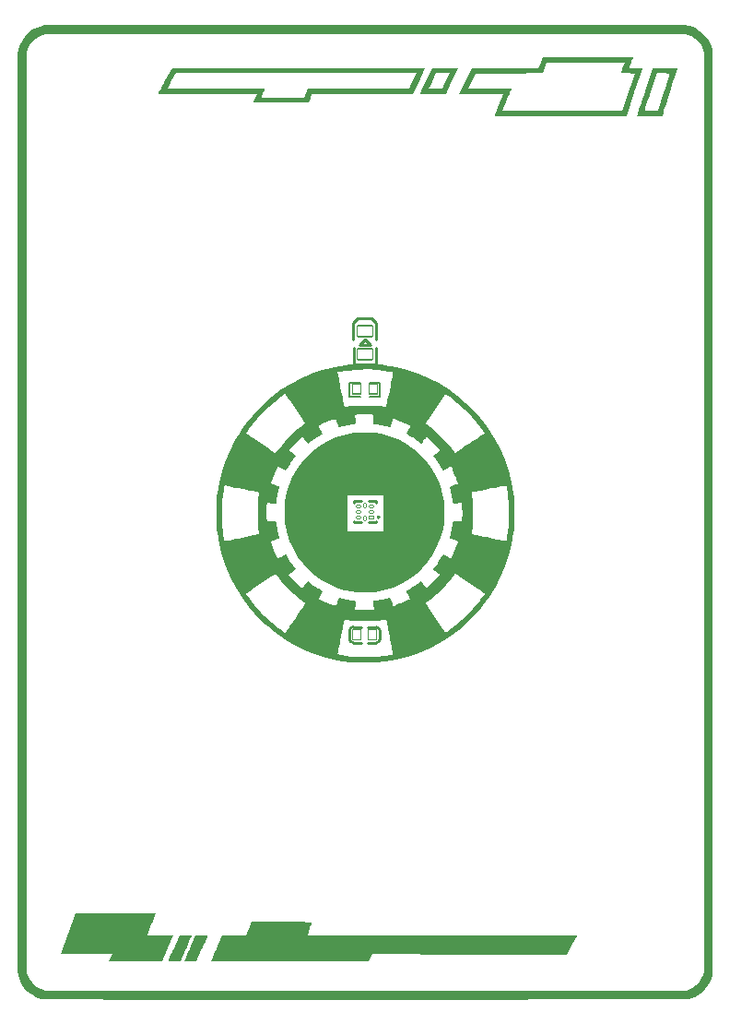
<source format=gto>
G04 #@! TF.GenerationSoftware,KiCad,Pcbnew,9.0.3*
G04 #@! TF.CreationDate,2025-07-14T03:19:36-04:00*
G04 #@! TF.ProjectId,CHEAPSUITS,43484541-5053-4554-9954-532e6b696361,rev?*
G04 #@! TF.SameCoordinates,Original*
G04 #@! TF.FileFunction,Legend,Top*
G04 #@! TF.FilePolarity,Positive*
%FSLAX46Y46*%
G04 Gerber Fmt 4.6, Leading zero omitted, Abs format (unit mm)*
G04 Created by KiCad (PCBNEW 9.0.3) date 2025-07-14 03:19:36*
%MOMM*%
%LPD*%
G01*
G04 APERTURE LIST*
G04 Aperture macros list*
%AMRoundRect*
0 Rectangle with rounded corners*
0 $1 Rounding radius*
0 $2 $3 $4 $5 $6 $7 $8 $9 X,Y pos of 4 corners*
0 Add a 4 corners polygon primitive as box body*
4,1,4,$2,$3,$4,$5,$6,$7,$8,$9,$2,$3,0*
0 Add four circle primitives for the rounded corners*
1,1,$1+$1,$2,$3*
1,1,$1+$1,$4,$5*
1,1,$1+$1,$6,$7*
1,1,$1+$1,$8,$9*
0 Add four rect primitives between the rounded corners*
20,1,$1+$1,$2,$3,$4,$5,0*
20,1,$1+$1,$4,$5,$6,$7,0*
20,1,$1+$1,$6,$7,$8,$9,0*
20,1,$1+$1,$8,$9,$2,$3,0*%
G04 Aperture macros list end*
%ADD10C,0.000000*%
%ADD11C,0.254000*%
%ADD12C,0.152400*%
%ADD13RoundRect,0.050800X0.699750X-0.500000X0.699750X0.500000X-0.699750X0.500000X-0.699750X-0.500000X0*%
%ADD14RoundRect,0.050800X0.200000X0.140000X-0.200000X0.140000X-0.200000X-0.140000X0.200000X-0.140000X0*%
%ADD15RoundRect,0.050800X0.200000X0.110000X-0.200000X0.110000X-0.200000X-0.110000X0.200000X-0.110000X0*%
%ADD16RoundRect,0.050800X-0.110000X0.200000X-0.110000X-0.200000X0.110000X-0.200000X0.110000X0.200000X0*%
%ADD17RoundRect,0.050800X0.400000X0.450000X-0.400000X0.450000X-0.400000X-0.450000X0.400000X-0.450000X0*%
%ADD18RoundRect,0.050800X0.403250X0.432000X-0.403250X0.432000X-0.403250X-0.432000X0.403250X-0.432000X0*%
G04 APERTURE END LIST*
D10*
G04 #@! TO.C,G\u002A\u002A\u002A*
G36*
X145809138Y-76453682D02*
G01*
X146214862Y-76463345D01*
X146586358Y-76479420D01*
X146907017Y-76501915D01*
X147137885Y-76527583D01*
X148203977Y-76716033D01*
X149228073Y-76974515D01*
X150214579Y-77304884D01*
X151167898Y-77708999D01*
X152092436Y-78188715D01*
X152992596Y-78745890D01*
X153828617Y-79348209D01*
X154047656Y-79527202D01*
X154306920Y-79755505D01*
X154592892Y-80019788D01*
X154892053Y-80306723D01*
X155190885Y-80602980D01*
X155475872Y-80895230D01*
X155733496Y-81170146D01*
X155950238Y-81414398D01*
X156065638Y-81553983D01*
X156706909Y-82425973D01*
X157272378Y-83330226D01*
X157762444Y-84267679D01*
X158177508Y-85239270D01*
X158517971Y-86245936D01*
X158784232Y-87288615D01*
X158976694Y-88368243D01*
X158976747Y-88368617D01*
X159005334Y-88630955D01*
X159027571Y-88958709D01*
X159043449Y-89335272D01*
X159052956Y-89744036D01*
X159056084Y-90168395D01*
X159052821Y-90591740D01*
X159043157Y-90997464D01*
X159027083Y-91368959D01*
X159004588Y-91689619D01*
X158978920Y-91920487D01*
X158790470Y-92986579D01*
X158531988Y-94010675D01*
X158201618Y-94997181D01*
X157797504Y-95950500D01*
X157317787Y-96875038D01*
X156760612Y-97775198D01*
X156158294Y-98611219D01*
X155979300Y-98830258D01*
X155750997Y-99089522D01*
X155486714Y-99375493D01*
X155199780Y-99674654D01*
X154903523Y-99973487D01*
X154611272Y-100258474D01*
X154336356Y-100516097D01*
X154092105Y-100732840D01*
X153952520Y-100848240D01*
X153078363Y-101490522D01*
X152169645Y-102057807D01*
X151227062Y-102549797D01*
X150251312Y-102966193D01*
X149243092Y-103306699D01*
X148203099Y-103571014D01*
X147158536Y-103755170D01*
X146905327Y-103782715D01*
X146587091Y-103805287D01*
X146221253Y-103822672D01*
X145825237Y-103834654D01*
X145416470Y-103841018D01*
X145012375Y-103841549D01*
X144630378Y-103836032D01*
X144287904Y-103824251D01*
X144002377Y-103805992D01*
X143895772Y-103795452D01*
X142821611Y-103632540D01*
X141778638Y-103393152D01*
X140767278Y-103077475D01*
X140706394Y-103053118D01*
X142812692Y-103053118D01*
X142833575Y-103082476D01*
X142892464Y-103106878D01*
X143003059Y-103131565D01*
X143179061Y-103161775D01*
X143221791Y-103168696D01*
X144033501Y-103278229D01*
X144806853Y-103336973D01*
X145567596Y-103346230D01*
X146187967Y-103318636D01*
X146385966Y-103302788D01*
X146615228Y-103280699D01*
X146861599Y-103254160D01*
X147110923Y-103224958D01*
X147349046Y-103194883D01*
X147561813Y-103165723D01*
X147735071Y-103139268D01*
X147854665Y-103117306D01*
X147906439Y-103101625D01*
X147906642Y-103101432D01*
X147901430Y-103060162D01*
X147882100Y-102948476D01*
X147850715Y-102776960D01*
X147809338Y-102556200D01*
X147760032Y-102296781D01*
X147704860Y-102009289D01*
X147645883Y-101704310D01*
X147585165Y-101392429D01*
X147524769Y-101084232D01*
X147466757Y-100790305D01*
X147413192Y-100521234D01*
X147366137Y-100287604D01*
X147327654Y-100100000D01*
X147299806Y-99969009D01*
X147284656Y-99905217D01*
X147282984Y-99900853D01*
X147241058Y-99902769D01*
X147135564Y-99916994D01*
X146984189Y-99940967D01*
X146864973Y-99961371D01*
X146643193Y-99990267D01*
X146356320Y-100012408D01*
X146021585Y-100027793D01*
X145656219Y-100036424D01*
X145277452Y-100038299D01*
X144902518Y-100033420D01*
X144548646Y-100021785D01*
X144233069Y-100003395D01*
X143973016Y-99978250D01*
X143858928Y-99961371D01*
X143686742Y-99932273D01*
X143548663Y-99911189D01*
X143462308Y-99900677D01*
X143442133Y-99900853D01*
X143432524Y-99942519D01*
X143408746Y-100056242D01*
X143372616Y-100233038D01*
X143325948Y-100463924D01*
X143270559Y-100739917D01*
X143208262Y-101052033D01*
X143140874Y-101391288D01*
X143135249Y-101419674D01*
X143066843Y-101764530D01*
X143002853Y-102086266D01*
X142945199Y-102375296D01*
X142895800Y-102622035D01*
X142856576Y-102816896D01*
X142829445Y-102950295D01*
X142816328Y-103012646D01*
X142816112Y-103013565D01*
X142812692Y-103053118D01*
X140706394Y-103053118D01*
X139787958Y-102685691D01*
X138841101Y-102217985D01*
X137927133Y-101674543D01*
X137046479Y-101055548D01*
X136420324Y-100552213D01*
X136212500Y-100366840D01*
X135967363Y-100133739D01*
X135700294Y-99868796D01*
X135426675Y-99587892D01*
X135161887Y-99306913D01*
X134921312Y-99041743D01*
X134720331Y-98808263D01*
X134660706Y-98735121D01*
X134022905Y-97872722D01*
X133793814Y-97507352D01*
X134417235Y-97507352D01*
X134442364Y-97563676D01*
X134512881Y-97673676D01*
X134621481Y-97827418D01*
X134760857Y-98014967D01*
X134923705Y-98226389D01*
X135102718Y-98451749D01*
X135197194Y-98568004D01*
X135465426Y-98880257D01*
X135775530Y-99216111D01*
X136106340Y-99554086D01*
X136436690Y-99872700D01*
X136745415Y-100150470D01*
X136812682Y-100207617D01*
X137002483Y-100363691D01*
X137203186Y-100523496D01*
X137403375Y-100678514D01*
X137591636Y-100820226D01*
X137756551Y-100940116D01*
X137886706Y-101029665D01*
X137970684Y-101080356D01*
X137993381Y-101088596D01*
X138025457Y-101055495D01*
X138097820Y-100960809D01*
X138205298Y-100811921D01*
X138342719Y-100616217D01*
X138504915Y-100381079D01*
X138686712Y-100113891D01*
X138882941Y-99822038D01*
X138935769Y-99742902D01*
X139133185Y-99445974D01*
X139314916Y-99171157D01*
X139476133Y-98925867D01*
X139612004Y-98717521D01*
X139717699Y-98553534D01*
X139788389Y-98441325D01*
X139819241Y-98388309D01*
X139820111Y-98385101D01*
X139783922Y-98357552D01*
X139694206Y-98290279D01*
X139563733Y-98192832D01*
X139405271Y-98074762D01*
X139373333Y-98050992D01*
X139110976Y-97841616D01*
X138817530Y-97583553D01*
X138509279Y-97293075D01*
X138202505Y-96986457D01*
X137913492Y-96679973D01*
X137658524Y-96389896D01*
X137454379Y-96133170D01*
X137334125Y-95970671D01*
X137232553Y-95833837D01*
X137159201Y-95735487D01*
X137123607Y-95688438D01*
X137121932Y-95686392D01*
X137085028Y-95704014D01*
X136989000Y-95762453D01*
X136842771Y-95855698D01*
X136655264Y-95977743D01*
X136435404Y-96122580D01*
X136192114Y-96284199D01*
X135934319Y-96456594D01*
X135670941Y-96633757D01*
X135410905Y-96809679D01*
X135163134Y-96978352D01*
X134936552Y-97133768D01*
X134740084Y-97269920D01*
X134582651Y-97380799D01*
X134473180Y-97460398D01*
X134420592Y-97502708D01*
X134417235Y-97507352D01*
X133793814Y-97507352D01*
X133458703Y-96972895D01*
X132968284Y-96036072D01*
X132551835Y-95062687D01*
X132209538Y-94053170D01*
X131941580Y-93007955D01*
X131748146Y-91927474D01*
X131747154Y-91920487D01*
X131718567Y-91658149D01*
X131696329Y-91330395D01*
X131680452Y-90953832D01*
X131670944Y-90545068D01*
X131667817Y-90120709D01*
X131668493Y-90033010D01*
X132168054Y-90033010D01*
X132195406Y-91054755D01*
X132297552Y-92061791D01*
X132358160Y-92450343D01*
X132385161Y-92591499D01*
X132410624Y-92667375D01*
X132443761Y-92694589D01*
X132491231Y-92690387D01*
X132550810Y-92677744D01*
X132681840Y-92651100D01*
X132874718Y-92612373D01*
X133119841Y-92563477D01*
X133407608Y-92506327D01*
X133728414Y-92442838D01*
X134072657Y-92374927D01*
X134086828Y-92372136D01*
X134427930Y-92304766D01*
X134742612Y-92242249D01*
X135021887Y-92186397D01*
X135256768Y-92139025D01*
X135438268Y-92101944D01*
X135557401Y-92076968D01*
X135605178Y-92065912D01*
X135605649Y-92065683D01*
X135603733Y-92023714D01*
X135589507Y-91918183D01*
X135565533Y-91766782D01*
X135545131Y-91647574D01*
X135516236Y-91425795D01*
X135494095Y-91138922D01*
X135478709Y-90804187D01*
X135470079Y-90438820D01*
X135468203Y-90060054D01*
X135469318Y-89974353D01*
X136299315Y-89974353D01*
X136299834Y-90204832D01*
X136301990Y-90425875D01*
X136305763Y-90622144D01*
X136311130Y-90778304D01*
X136318069Y-90879017D01*
X136324462Y-90909124D01*
X136374152Y-90915984D01*
X136486226Y-90913147D01*
X136641140Y-90901434D01*
X136734014Y-90891900D01*
X136902230Y-90874779D01*
X137036406Y-90864255D01*
X137117659Y-90861647D01*
X137132884Y-90863995D01*
X137144962Y-90908610D01*
X137165457Y-91016751D01*
X137191079Y-91170178D01*
X137208781Y-91284607D01*
X137244717Y-91497869D01*
X137290419Y-91731599D01*
X137340838Y-91963195D01*
X137390922Y-92170057D01*
X137435622Y-92329584D01*
X137454874Y-92385843D01*
X137444531Y-92420622D01*
X137380964Y-92459758D01*
X137254623Y-92507754D01*
X137083117Y-92561135D01*
X136916831Y-92613643D01*
X136785187Y-92661687D01*
X136705130Y-92698705D01*
X136688780Y-92713848D01*
X136704512Y-92780150D01*
X136747548Y-92906661D01*
X136811645Y-93078199D01*
X136890560Y-93279580D01*
X136978049Y-93495622D01*
X137067871Y-93711144D01*
X137153783Y-93910961D01*
X137229541Y-94079892D01*
X137288903Y-94202753D01*
X137325626Y-94264363D01*
X137326852Y-94265660D01*
X137368072Y-94254957D01*
X137465716Y-94212725D01*
X137603366Y-94146391D01*
X137706003Y-94094134D01*
X137859500Y-94015544D01*
X137981959Y-93954927D01*
X138057528Y-93920007D01*
X138074001Y-93914763D01*
X138096140Y-93951596D01*
X138151349Y-94043727D01*
X138230292Y-94175572D01*
X138289580Y-94274633D01*
X138415211Y-94475538D01*
X138561046Y-94695259D01*
X138700154Y-94893486D01*
X138731087Y-94935446D01*
X138962520Y-95245202D01*
X138846603Y-95348454D01*
X138750712Y-95432066D01*
X138623416Y-95540795D01*
X138526230Y-95622643D01*
X138321773Y-95793580D01*
X138932863Y-96407359D01*
X139543954Y-97021137D01*
X139654822Y-96894566D01*
X139744799Y-96790700D01*
X139857543Y-96659042D01*
X139930893Y-96572684D01*
X140096097Y-96377373D01*
X140420431Y-96622242D01*
X140614401Y-96762201D01*
X140836798Y-96912915D01*
X141045937Y-97046313D01*
X141087164Y-97071226D01*
X141429564Y-97275341D01*
X141248257Y-97623199D01*
X141169872Y-97776036D01*
X141108508Y-97900344D01*
X141072622Y-97978741D01*
X141066808Y-97996088D01*
X141103032Y-98026919D01*
X141202590Y-98081011D01*
X141351515Y-98152508D01*
X141535840Y-98235555D01*
X141741600Y-98324298D01*
X141954828Y-98412880D01*
X142161557Y-98495447D01*
X142347822Y-98566142D01*
X142499656Y-98619111D01*
X142603092Y-98648498D01*
X142632545Y-98652520D01*
X142656602Y-98615546D01*
X142696429Y-98515908D01*
X142745690Y-98370530D01*
X142780164Y-98258182D01*
X142837025Y-98074501D01*
X142880484Y-97959291D01*
X142916411Y-97900702D01*
X142950677Y-97886885D01*
X142962535Y-97890096D01*
X143054414Y-97918422D01*
X143206201Y-97956704D01*
X143396494Y-98000355D01*
X143603888Y-98044789D01*
X143806981Y-98085418D01*
X143984370Y-98117657D01*
X144113874Y-98136830D01*
X144293731Y-98158639D01*
X144405957Y-98180771D01*
X144465006Y-98212780D01*
X144485331Y-98264218D01*
X144481387Y-98344640D01*
X144477470Y-98377162D01*
X144460512Y-98521164D01*
X144441029Y-98695445D01*
X144431435Y-98784706D01*
X144406598Y-99020144D01*
X144667445Y-99037755D01*
X144787647Y-99042347D01*
X144956245Y-99044118D01*
X145157101Y-99043418D01*
X145374075Y-99040595D01*
X145591031Y-99036001D01*
X145791830Y-99029984D01*
X145960335Y-99022893D01*
X146080406Y-99015079D01*
X146135906Y-99006890D01*
X146137438Y-99005921D01*
X146139552Y-98961203D01*
X146133060Y-98853350D01*
X146119293Y-98701231D01*
X146109298Y-98607285D01*
X146092178Y-98439069D01*
X146081653Y-98304893D01*
X146079045Y-98223640D01*
X146081394Y-98208415D01*
X146126008Y-98196338D01*
X146234150Y-98175842D01*
X146387576Y-98150221D01*
X146502005Y-98132518D01*
X146715267Y-98096583D01*
X146948997Y-98050880D01*
X147180594Y-98000462D01*
X147387456Y-97950377D01*
X147546982Y-97905678D01*
X147603241Y-97886425D01*
X147638020Y-97896768D01*
X147677156Y-97960335D01*
X147725152Y-98086676D01*
X147778533Y-98258182D01*
X147831042Y-98424469D01*
X147879086Y-98556112D01*
X147916104Y-98636170D01*
X147931247Y-98652520D01*
X147997548Y-98636787D01*
X148124059Y-98593751D01*
X148295597Y-98529654D01*
X148496978Y-98450740D01*
X148660375Y-98384570D01*
X150903790Y-98384570D01*
X150921413Y-98421474D01*
X150979851Y-98517502D01*
X151073097Y-98663732D01*
X151195142Y-98851238D01*
X151339978Y-99071098D01*
X151501598Y-99314388D01*
X151673993Y-99572184D01*
X151851155Y-99835561D01*
X152027077Y-100095598D01*
X152195750Y-100343368D01*
X152351167Y-100569950D01*
X152487318Y-100766419D01*
X152598198Y-100923851D01*
X152677796Y-101033323D01*
X152720106Y-101085910D01*
X152724751Y-101089268D01*
X152773856Y-101066469D01*
X152871597Y-101005566D01*
X153000364Y-100917796D01*
X153058783Y-100876114D01*
X153619673Y-100444598D01*
X154178006Y-99965683D01*
X154713296Y-99458523D01*
X155205057Y-98942274D01*
X155525626Y-98569650D01*
X155710729Y-98340025D01*
X155883112Y-98119656D01*
X156035511Y-97918421D01*
X156160662Y-97746200D01*
X156251303Y-97612872D01*
X156300168Y-97528317D01*
X156306666Y-97507352D01*
X156273854Y-97478078D01*
X156181364Y-97409620D01*
X156038117Y-97307985D01*
X155853035Y-97179182D01*
X155635036Y-97029216D01*
X155393043Y-96864095D01*
X155135976Y-96689826D01*
X154872754Y-96512416D01*
X154612300Y-96337871D01*
X154363533Y-96172200D01*
X154135374Y-96021409D01*
X153936744Y-95891505D01*
X153776563Y-95788496D01*
X153663752Y-95718387D01*
X153607232Y-95687187D01*
X153602500Y-95686392D01*
X153574950Y-95722580D01*
X153507677Y-95812296D01*
X153410231Y-95942770D01*
X153292160Y-96101231D01*
X153268391Y-96133170D01*
X153059015Y-96395527D01*
X152800951Y-96688972D01*
X152510473Y-96997224D01*
X152203856Y-97303998D01*
X151897371Y-97593010D01*
X151607295Y-97847978D01*
X151350568Y-98052124D01*
X151188069Y-98172377D01*
X151051235Y-98273949D01*
X150952885Y-98347301D01*
X150905837Y-98382895D01*
X150903790Y-98384570D01*
X148660375Y-98384570D01*
X148713021Y-98363250D01*
X148928542Y-98273428D01*
X149128359Y-98187517D01*
X149297290Y-98111758D01*
X149420152Y-98052396D01*
X149481761Y-98015673D01*
X149483058Y-98014447D01*
X149472355Y-97973227D01*
X149430123Y-97875584D01*
X149363790Y-97737933D01*
X149311532Y-97635296D01*
X149232943Y-97481799D01*
X149172325Y-97359340D01*
X149137406Y-97283771D01*
X149132161Y-97267298D01*
X149168994Y-97245160D01*
X149261126Y-97189951D01*
X149392971Y-97111007D01*
X149492032Y-97051720D01*
X149692936Y-96926088D01*
X149912657Y-96780253D01*
X150110884Y-96641145D01*
X150152845Y-96610212D01*
X150462601Y-96378779D01*
X150565853Y-96494696D01*
X150649464Y-96590587D01*
X150758193Y-96717883D01*
X150840042Y-96815070D01*
X151010979Y-97019526D01*
X151624757Y-96408436D01*
X152238536Y-95797345D01*
X152111964Y-95686477D01*
X152008098Y-95596501D01*
X151876440Y-95483756D01*
X151790082Y-95410406D01*
X151594771Y-95245202D01*
X151839641Y-94920868D01*
X151979600Y-94726898D01*
X152130314Y-94504501D01*
X152263711Y-94295363D01*
X152288625Y-94254135D01*
X152492740Y-93911735D01*
X152840597Y-94093042D01*
X152993435Y-94171427D01*
X153117743Y-94232791D01*
X153196139Y-94268677D01*
X153213487Y-94274491D01*
X153244317Y-94238267D01*
X153298409Y-94138709D01*
X153369906Y-93989785D01*
X153452954Y-93805459D01*
X153541696Y-93599699D01*
X153630279Y-93386471D01*
X153712845Y-93179742D01*
X153783541Y-92993477D01*
X153836510Y-92841643D01*
X153865897Y-92738207D01*
X153869918Y-92708754D01*
X153832944Y-92684697D01*
X153733306Y-92644870D01*
X153587929Y-92595609D01*
X153475581Y-92561135D01*
X153291899Y-92504274D01*
X153176689Y-92460816D01*
X153118101Y-92424889D01*
X153104283Y-92390622D01*
X153107494Y-92378764D01*
X153137529Y-92281932D01*
X153177059Y-92125144D01*
X153195485Y-92044259D01*
X155118075Y-92044259D01*
X155118252Y-92064454D01*
X155159683Y-92074161D01*
X155271454Y-92097870D01*
X155442897Y-92133431D01*
X155663345Y-92178689D01*
X155922130Y-92231493D01*
X156208587Y-92289689D01*
X156512048Y-92351126D01*
X156821845Y-92413649D01*
X157127311Y-92475108D01*
X157417781Y-92533348D01*
X157682586Y-92586218D01*
X157911059Y-92631565D01*
X158092533Y-92667235D01*
X158216342Y-92691077D01*
X158271818Y-92700938D01*
X158272730Y-92701037D01*
X158299119Y-92664277D01*
X158331434Y-92558868D01*
X158366046Y-92398208D01*
X158386246Y-92281869D01*
X158510084Y-91301103D01*
X158561532Y-90341324D01*
X158540713Y-89383968D01*
X158447754Y-88410468D01*
X158413875Y-88166597D01*
X158383123Y-87963139D01*
X158355608Y-87791300D01*
X158333909Y-87666459D01*
X158320604Y-87603994D01*
X158318830Y-87599860D01*
X158277560Y-87605073D01*
X158165874Y-87624403D01*
X157994358Y-87655787D01*
X157773598Y-87697164D01*
X157514179Y-87746470D01*
X157226687Y-87801643D01*
X156921708Y-87860619D01*
X156609827Y-87921337D01*
X156301631Y-87981733D01*
X156007704Y-88039745D01*
X155738632Y-88093310D01*
X155505002Y-88140365D01*
X155317398Y-88178848D01*
X155186408Y-88206696D01*
X155122615Y-88221846D01*
X155118252Y-88223519D01*
X155120168Y-88265445D01*
X155134392Y-88370938D01*
X155158365Y-88522314D01*
X155178769Y-88641530D01*
X155207665Y-88863309D01*
X155229806Y-89150182D01*
X155245192Y-89484917D01*
X155253822Y-89850284D01*
X155255698Y-90229050D01*
X155250818Y-90603985D01*
X155239183Y-90957856D01*
X155220794Y-91273434D01*
X155195649Y-91533486D01*
X155178769Y-91647574D01*
X155149671Y-91819772D01*
X155128587Y-91957874D01*
X155118075Y-92044259D01*
X153195485Y-92044259D01*
X153221548Y-91929846D01*
X153266464Y-91717482D01*
X153307270Y-91509498D01*
X153339433Y-91327341D01*
X153358418Y-91192454D01*
X153358504Y-91191634D01*
X153376630Y-91050294D01*
X153396982Y-90940763D01*
X153412008Y-90893793D01*
X153460299Y-90873944D01*
X153574783Y-90870545D01*
X153761965Y-90883537D01*
X153826290Y-90889896D01*
X153996472Y-90904951D01*
X154133836Y-90912314D01*
X154219052Y-90911191D01*
X154236643Y-90906716D01*
X154244641Y-90859101D01*
X154250893Y-90744241D01*
X154255419Y-90577471D01*
X154258242Y-90374127D01*
X154259383Y-90149548D01*
X154258864Y-89919069D01*
X154256707Y-89698026D01*
X154252935Y-89501757D01*
X154247568Y-89345597D01*
X154240628Y-89244884D01*
X154234235Y-89214777D01*
X154184545Y-89207917D01*
X154072471Y-89210754D01*
X153917558Y-89222466D01*
X153824684Y-89232001D01*
X153656467Y-89249121D01*
X153522292Y-89259646D01*
X153441038Y-89262254D01*
X153425813Y-89259906D01*
X153413736Y-89215291D01*
X153393241Y-89107150D01*
X153367619Y-88953723D01*
X153349916Y-88839294D01*
X153313981Y-88626032D01*
X153268279Y-88392302D01*
X153217860Y-88160705D01*
X153167775Y-87953843D01*
X153123076Y-87794317D01*
X153103823Y-87738058D01*
X153114166Y-87703279D01*
X153177733Y-87664143D01*
X153304075Y-87616147D01*
X153475581Y-87562766D01*
X153641867Y-87510258D01*
X153773510Y-87462214D01*
X153853568Y-87425195D01*
X153869918Y-87410053D01*
X153854185Y-87343751D01*
X153811149Y-87217240D01*
X153747053Y-87045702D01*
X153668138Y-86844321D01*
X153580648Y-86628278D01*
X153490826Y-86412757D01*
X153404915Y-86212940D01*
X153329157Y-86044009D01*
X153269795Y-85921147D01*
X153233071Y-85859538D01*
X153231845Y-85858241D01*
X153190625Y-85868944D01*
X153092982Y-85911176D01*
X152955332Y-85977510D01*
X152852694Y-86029767D01*
X152699197Y-86108357D01*
X152576738Y-86168974D01*
X152501169Y-86203893D01*
X152484696Y-86209138D01*
X152462558Y-86172305D01*
X152407349Y-86080173D01*
X152328406Y-85948328D01*
X152269118Y-85849268D01*
X152143487Y-85648363D01*
X151997651Y-85428642D01*
X151858543Y-85230415D01*
X151827611Y-85188454D01*
X151596177Y-84878698D01*
X151712094Y-84775446D01*
X151807985Y-84691835D01*
X151935282Y-84583106D01*
X152032468Y-84501257D01*
X152236925Y-84330320D01*
X151625834Y-83716542D01*
X151014744Y-83102763D01*
X150903876Y-83229335D01*
X150813899Y-83333201D01*
X150701154Y-83464859D01*
X150627804Y-83551217D01*
X150462601Y-83746528D01*
X150138267Y-83501659D01*
X149944296Y-83361700D01*
X149721899Y-83210986D01*
X149512761Y-83077588D01*
X149471533Y-83052674D01*
X149129134Y-82848559D01*
X149310440Y-82500702D01*
X149388825Y-82347865D01*
X149450189Y-82223557D01*
X149486075Y-82145160D01*
X149491889Y-82127812D01*
X149455665Y-82096982D01*
X149356108Y-82042890D01*
X149207183Y-81971393D01*
X149057610Y-81904003D01*
X150903790Y-81904003D01*
X150940006Y-81931519D01*
X151029788Y-81998693D01*
X151160351Y-82095986D01*
X151318909Y-82213857D01*
X151350568Y-82237364D01*
X151585486Y-82424576D01*
X151853443Y-82659422D01*
X152139954Y-82927344D01*
X152430534Y-83213787D01*
X152710695Y-83504193D01*
X152965954Y-83784006D01*
X153181824Y-84038669D01*
X153312174Y-84208583D01*
X153424776Y-84363967D01*
X153518695Y-84491386D01*
X153584217Y-84577816D01*
X153611633Y-84610235D01*
X153611709Y-84610243D01*
X153647230Y-84588127D01*
X153744011Y-84525057D01*
X153894618Y-84425948D01*
X154091619Y-84295718D01*
X154327578Y-84139283D01*
X154595062Y-83961559D01*
X154886636Y-83767462D01*
X154964493Y-83715576D01*
X155261045Y-83516930D01*
X155534883Y-83331630D01*
X155778612Y-83164820D01*
X155984835Y-83021647D01*
X156146158Y-82907255D01*
X156255187Y-82826790D01*
X156304525Y-82785396D01*
X156306666Y-82781752D01*
X156279943Y-82713211D01*
X156204772Y-82593068D01*
X156088646Y-82430491D01*
X155939063Y-82234651D01*
X155763516Y-82014717D01*
X155569501Y-81779859D01*
X155364513Y-81539246D01*
X155156047Y-81302048D01*
X154951599Y-81077435D01*
X154758663Y-80874577D01*
X154695666Y-80810836D01*
X154502518Y-80623658D01*
X154284427Y-80422362D01*
X154050565Y-80214443D01*
X153810099Y-80007396D01*
X153572201Y-79808717D01*
X153346039Y-79625900D01*
X153140784Y-79466442D01*
X152965604Y-79337836D01*
X152829671Y-79247578D01*
X152742152Y-79203164D01*
X152724751Y-79199837D01*
X152695476Y-79232649D01*
X152627018Y-79325139D01*
X152525384Y-79468385D01*
X152396580Y-79653468D01*
X152246614Y-79871466D01*
X152081493Y-80113459D01*
X151907224Y-80370527D01*
X151729814Y-80633748D01*
X151555270Y-80894203D01*
X151389598Y-81142970D01*
X151238807Y-81371129D01*
X151108903Y-81569759D01*
X151005894Y-81729940D01*
X150935785Y-81842750D01*
X150904586Y-81899271D01*
X150903790Y-81904003D01*
X149057610Y-81904003D01*
X149022857Y-81888345D01*
X148817098Y-81799603D01*
X148603870Y-81711021D01*
X148397140Y-81628454D01*
X148210875Y-81557759D01*
X148059042Y-81504790D01*
X147955605Y-81475403D01*
X147926152Y-81471381D01*
X147902095Y-81508355D01*
X147862268Y-81607993D01*
X147813007Y-81753370D01*
X147778533Y-81865718D01*
X147721672Y-82049400D01*
X147678214Y-82164610D01*
X147642287Y-82223199D01*
X147608020Y-82237016D01*
X147596163Y-82233805D01*
X147499331Y-82203770D01*
X147342543Y-82164240D01*
X147147244Y-82119751D01*
X146934880Y-82074836D01*
X146726897Y-82034029D01*
X146544739Y-82001866D01*
X146409852Y-81982881D01*
X146409033Y-81982795D01*
X146267692Y-81964669D01*
X146158161Y-81944317D01*
X146111191Y-81929291D01*
X146091342Y-81881000D01*
X146087944Y-81766516D01*
X146100935Y-81579334D01*
X146107295Y-81515009D01*
X146122350Y-81344828D01*
X146129712Y-81207464D01*
X146128589Y-81122248D01*
X146124114Y-81104656D01*
X146076500Y-81096658D01*
X145961639Y-81090406D01*
X145794869Y-81085880D01*
X145591526Y-81083058D01*
X145366946Y-81081917D01*
X145136467Y-81082435D01*
X144915424Y-81084592D01*
X144719155Y-81088365D01*
X144562996Y-81093732D01*
X144462283Y-81100671D01*
X144432176Y-81107064D01*
X144425315Y-81156754D01*
X144428152Y-81268828D01*
X144439865Y-81423741D01*
X144449399Y-81516616D01*
X144466520Y-81684832D01*
X144477045Y-81819008D01*
X144479652Y-81900261D01*
X144477304Y-81915486D01*
X144432689Y-81927563D01*
X144324548Y-81948059D01*
X144171122Y-81973680D01*
X144056692Y-81991383D01*
X143843430Y-82027318D01*
X143609700Y-82073021D01*
X143378104Y-82123439D01*
X143171242Y-82173524D01*
X143011716Y-82218223D01*
X142955456Y-82237476D01*
X142920677Y-82227133D01*
X142881541Y-82163566D01*
X142833546Y-82037225D01*
X142780164Y-81865718D01*
X142727656Y-81699432D01*
X142679612Y-81567789D01*
X142642594Y-81487731D01*
X142627451Y-81471381D01*
X142561149Y-81487114D01*
X142434638Y-81530150D01*
X142263101Y-81594247D01*
X142061719Y-81673161D01*
X141845677Y-81760651D01*
X141630155Y-81850473D01*
X141430338Y-81936384D01*
X141261407Y-82012142D01*
X141138546Y-82071505D01*
X141076936Y-82108228D01*
X141075639Y-82109454D01*
X141086343Y-82150674D01*
X141128574Y-82248317D01*
X141194908Y-82385967D01*
X141247166Y-82488605D01*
X141325755Y-82642102D01*
X141386373Y-82764561D01*
X141421292Y-82840130D01*
X141426536Y-82856603D01*
X141389704Y-82878741D01*
X141297572Y-82933950D01*
X141165727Y-83012894D01*
X141066666Y-83072181D01*
X140865761Y-83197812D01*
X140646041Y-83343648D01*
X140447813Y-83482756D01*
X140405853Y-83513689D01*
X140096097Y-83745122D01*
X139992845Y-83629205D01*
X139909233Y-83533314D01*
X139800504Y-83406017D01*
X139718656Y-83308831D01*
X139547719Y-83104374D01*
X138933940Y-83715465D01*
X138320162Y-84326555D01*
X138446733Y-84437424D01*
X138550600Y-84527400D01*
X138682257Y-84640145D01*
X138768616Y-84713495D01*
X138963926Y-84878698D01*
X138719057Y-85203032D01*
X138579098Y-85397003D01*
X138428384Y-85619400D01*
X138294986Y-85828538D01*
X138270073Y-85869766D01*
X138065958Y-86212166D01*
X137718100Y-86030859D01*
X137565263Y-85952474D01*
X137440955Y-85891110D01*
X137362559Y-85855224D01*
X137345211Y-85849410D01*
X137314380Y-85885634D01*
X137260289Y-85985192D01*
X137188791Y-86134116D01*
X137105744Y-86318442D01*
X137017001Y-86524202D01*
X136928419Y-86737430D01*
X136845852Y-86944159D01*
X136775157Y-87130424D01*
X136722188Y-87282258D01*
X136692801Y-87385694D01*
X136688780Y-87415147D01*
X136725753Y-87439204D01*
X136825391Y-87479031D01*
X136970769Y-87528292D01*
X137083117Y-87562766D01*
X137266798Y-87619627D01*
X137382008Y-87663085D01*
X137440597Y-87699012D01*
X137454414Y-87733279D01*
X137451203Y-87745137D01*
X137421168Y-87841969D01*
X137381639Y-87998757D01*
X137337149Y-88194055D01*
X137292234Y-88406419D01*
X137251427Y-88614403D01*
X137219264Y-88796560D01*
X137200279Y-88931447D01*
X137200194Y-88932267D01*
X137182067Y-89073607D01*
X137161715Y-89183138D01*
X137146689Y-89230108D01*
X137098398Y-89249957D01*
X136983915Y-89253355D01*
X136796732Y-89240364D01*
X136732407Y-89234005D01*
X136562226Y-89218949D01*
X136424862Y-89211587D01*
X136339646Y-89212710D01*
X136322055Y-89217185D01*
X136314056Y-89264800D01*
X136307805Y-89379660D01*
X136303279Y-89546430D01*
X136300456Y-89749773D01*
X136299315Y-89974353D01*
X135469318Y-89974353D01*
X135473083Y-89685120D01*
X135484717Y-89331248D01*
X135503107Y-89015670D01*
X135528252Y-88755618D01*
X135545131Y-88641530D01*
X135574229Y-88469343D01*
X135595313Y-88331264D01*
X135605825Y-88244909D01*
X135605649Y-88224735D01*
X135563983Y-88215125D01*
X135450261Y-88191348D01*
X135273464Y-88155218D01*
X135042578Y-88108550D01*
X134766585Y-88053160D01*
X134454469Y-87990864D01*
X134115214Y-87923475D01*
X134086828Y-87917851D01*
X133741972Y-87849444D01*
X133420236Y-87785454D01*
X133131206Y-87727800D01*
X132884468Y-87678402D01*
X132689606Y-87639177D01*
X132556207Y-87612047D01*
X132493856Y-87598929D01*
X132492938Y-87598714D01*
X132453388Y-87595289D01*
X132424044Y-87616159D01*
X132399673Y-87675027D01*
X132375042Y-87785597D01*
X132344916Y-87961572D01*
X132338001Y-88004393D01*
X132215563Y-89011307D01*
X132168054Y-90033010D01*
X131668493Y-90033010D01*
X131671080Y-89697364D01*
X131680744Y-89291640D01*
X131696818Y-88920145D01*
X131719313Y-88599485D01*
X131744981Y-88368617D01*
X131933431Y-87302525D01*
X132191913Y-86278429D01*
X132522283Y-85291923D01*
X132926397Y-84338604D01*
X133406114Y-83414066D01*
X133790496Y-82793066D01*
X134424159Y-82793066D01*
X134460140Y-82824098D01*
X134555746Y-82894260D01*
X134701924Y-82997463D01*
X134889622Y-83127620D01*
X135109785Y-83278642D01*
X135353361Y-83444441D01*
X135611296Y-83618927D01*
X135874537Y-83796013D01*
X136134032Y-83969611D01*
X136380727Y-84133631D01*
X136605568Y-84281986D01*
X136799502Y-84408587D01*
X136953477Y-84507345D01*
X137058440Y-84572173D01*
X137105336Y-84596981D01*
X137106541Y-84597012D01*
X137139348Y-84562911D01*
X137211093Y-84474876D01*
X137311798Y-84345532D01*
X137431487Y-84187506D01*
X137455064Y-84155934D01*
X137664736Y-83893462D01*
X137922931Y-83600023D01*
X138213406Y-83291866D01*
X138519917Y-82985242D01*
X138826220Y-82696400D01*
X139116071Y-82441589D01*
X139373227Y-82237059D01*
X139373333Y-82236981D01*
X139535831Y-82116727D01*
X139672665Y-82015155D01*
X139771016Y-81941803D01*
X139818064Y-81906209D01*
X139820111Y-81904534D01*
X139802488Y-81867630D01*
X139744050Y-81771602D01*
X139650804Y-81625372D01*
X139528759Y-81437866D01*
X139383923Y-81218006D01*
X139222303Y-80974716D01*
X139049908Y-80716920D01*
X138872746Y-80453543D01*
X138696824Y-80193506D01*
X138528151Y-79945736D01*
X138372734Y-79719154D01*
X138236582Y-79522685D01*
X138125703Y-79365253D01*
X138046105Y-79255781D01*
X138003795Y-79203194D01*
X137999150Y-79199837D01*
X137930610Y-79226559D01*
X137810466Y-79301731D01*
X137647890Y-79417856D01*
X137452049Y-79567440D01*
X137232115Y-79742987D01*
X136997257Y-79937001D01*
X136756644Y-80141989D01*
X136519446Y-80350455D01*
X136294833Y-80554903D01*
X136091975Y-80747839D01*
X136028235Y-80810836D01*
X135831839Y-81013319D01*
X135624602Y-81237707D01*
X135413595Y-81475261D01*
X135205890Y-81717243D01*
X135008559Y-81954911D01*
X134828674Y-82179529D01*
X134673308Y-82382355D01*
X134549532Y-82554651D01*
X134464419Y-82687678D01*
X134425040Y-82772696D01*
X134424159Y-82793066D01*
X133790496Y-82793066D01*
X133963288Y-82513906D01*
X134565607Y-81677885D01*
X134744601Y-81458846D01*
X134972904Y-81199582D01*
X135237187Y-80913611D01*
X135524121Y-80614450D01*
X135820378Y-80315617D01*
X136112629Y-80030630D01*
X136387544Y-79773007D01*
X136631796Y-79556264D01*
X136771381Y-79440864D01*
X137643372Y-78799593D01*
X138547624Y-78234125D01*
X139485078Y-77744059D01*
X140456668Y-77328995D01*
X140874963Y-77187524D01*
X142817406Y-77187524D01*
X142822135Y-77229255D01*
X142841182Y-77341181D01*
X142872470Y-77512772D01*
X142913926Y-77733496D01*
X142963473Y-77992821D01*
X143019038Y-78280215D01*
X143078544Y-78585146D01*
X143139917Y-78897083D01*
X143201082Y-79205494D01*
X143259962Y-79499846D01*
X143314484Y-79769609D01*
X143362572Y-80004250D01*
X143402151Y-80193238D01*
X143431146Y-80326041D01*
X143447481Y-80392127D01*
X143449897Y-80397560D01*
X143493490Y-80390860D01*
X143600344Y-80372812D01*
X143752387Y-80346501D01*
X143865241Y-80326717D01*
X144084260Y-80298227D01*
X144368469Y-80276406D01*
X144700723Y-80261249D01*
X145063880Y-80252751D01*
X145440796Y-80250904D01*
X145814330Y-80255704D01*
X146167338Y-80267145D01*
X146482677Y-80285221D01*
X146743204Y-80309926D01*
X146864973Y-80327733D01*
X147037159Y-80356831D01*
X147175238Y-80377915D01*
X147261593Y-80388427D01*
X147281767Y-80388251D01*
X147291377Y-80346585D01*
X147315155Y-80232862D01*
X147351285Y-80056066D01*
X147397952Y-79825180D01*
X147453342Y-79549187D01*
X147515639Y-79237071D01*
X147583027Y-78897816D01*
X147588652Y-78869430D01*
X147657058Y-78524574D01*
X147721048Y-78202838D01*
X147778702Y-77913808D01*
X147828101Y-77667070D01*
X147867325Y-77472208D01*
X147894456Y-77338809D01*
X147907573Y-77276458D01*
X147907788Y-77275539D01*
X147911217Y-77235991D01*
X147890355Y-77206656D01*
X147831499Y-77182305D01*
X147720944Y-77157708D01*
X147544986Y-77127635D01*
X147502109Y-77120723D01*
X146524317Y-76996995D01*
X145568252Y-76945113D01*
X144615112Y-76964950D01*
X143646096Y-77056376D01*
X143383996Y-77092627D01*
X143180554Y-77123368D01*
X143008747Y-77150854D01*
X142883948Y-77172511D01*
X142821529Y-77185764D01*
X142817406Y-77187524D01*
X140874963Y-77187524D01*
X141463334Y-76988532D01*
X142506013Y-76722270D01*
X143585642Y-76529809D01*
X143586015Y-76529756D01*
X143848353Y-76501168D01*
X144176107Y-76478931D01*
X144552670Y-76463054D01*
X144961435Y-76453546D01*
X145385793Y-76450419D01*
X145809138Y-76453682D01*
G37*
G36*
X156846490Y-45291729D02*
G01*
X158193567Y-45291819D01*
X159472469Y-45291973D01*
X160685000Y-45292203D01*
X161832962Y-45292523D01*
X162918160Y-45292945D01*
X163942396Y-45293481D01*
X164907475Y-45294143D01*
X165815199Y-45294944D01*
X166667371Y-45295896D01*
X167465796Y-45297012D01*
X168212276Y-45298304D01*
X168908614Y-45299784D01*
X169556615Y-45301465D01*
X170158082Y-45303359D01*
X170714817Y-45305478D01*
X171228624Y-45307836D01*
X171701307Y-45310444D01*
X172134668Y-45313314D01*
X172530512Y-45316460D01*
X172890642Y-45319893D01*
X173216860Y-45323626D01*
X173510971Y-45327671D01*
X173774777Y-45332041D01*
X174010083Y-45336747D01*
X174218691Y-45341804D01*
X174402404Y-45347222D01*
X174563027Y-45353014D01*
X174702362Y-45359193D01*
X174822212Y-45365770D01*
X174924382Y-45372760D01*
X175010675Y-45380172D01*
X175082893Y-45388021D01*
X175142840Y-45396319D01*
X175192320Y-45405077D01*
X175233136Y-45414309D01*
X175267091Y-45424026D01*
X175295989Y-45434242D01*
X175321632Y-45444967D01*
X175345825Y-45456216D01*
X175370371Y-45468000D01*
X175397073Y-45480332D01*
X175427734Y-45493223D01*
X175441484Y-45498529D01*
X175768838Y-45655757D01*
X176098637Y-45876311D01*
X176411676Y-46143802D01*
X176688749Y-46441843D01*
X176908370Y-46750243D01*
X176994406Y-46910182D01*
X177085014Y-47105035D01*
X177156175Y-47281139D01*
X177266828Y-47584064D01*
X177266828Y-90082601D01*
X177266828Y-132581137D01*
X177158504Y-132859569D01*
X177009037Y-133193944D01*
X176831846Y-133486819D01*
X176608365Y-133766201D01*
X176440045Y-133943297D01*
X176166499Y-134195444D01*
X175901217Y-134390280D01*
X175617363Y-134545268D01*
X175339510Y-134659427D01*
X175036585Y-134770081D01*
X145423902Y-134777746D01*
X143529628Y-134778223D01*
X141716220Y-134778647D01*
X139981945Y-134779016D01*
X138325067Y-134779327D01*
X136743852Y-134779577D01*
X135236564Y-134779763D01*
X133801470Y-134779881D01*
X132436833Y-134779928D01*
X131140920Y-134779902D01*
X129911996Y-134779800D01*
X128748326Y-134779617D01*
X127648175Y-134779352D01*
X126609808Y-134779000D01*
X125631491Y-134778560D01*
X124711488Y-134778027D01*
X123848066Y-134777399D01*
X123039489Y-134776672D01*
X122284023Y-134775844D01*
X121579932Y-134774911D01*
X120925482Y-134773871D01*
X120318939Y-134772719D01*
X119758567Y-134771454D01*
X119242632Y-134770072D01*
X118769398Y-134768569D01*
X118337132Y-134766943D01*
X117944098Y-134765191D01*
X117588562Y-134763309D01*
X117268788Y-134761295D01*
X116983043Y-134759145D01*
X116729591Y-134756857D01*
X116506697Y-134754426D01*
X116312627Y-134751850D01*
X116145646Y-134749127D01*
X116004020Y-134746252D01*
X115886013Y-134743223D01*
X115789890Y-134740036D01*
X115713917Y-134736689D01*
X115656360Y-134733178D01*
X115615483Y-134729501D01*
X115589551Y-134725654D01*
X115584064Y-134724370D01*
X115135446Y-134562219D01*
X114723911Y-134330362D01*
X114355951Y-134035821D01*
X114038057Y-133685620D01*
X113776723Y-133286780D01*
X113578441Y-132846323D01*
X113460816Y-132427709D01*
X113457295Y-132405904D01*
X113453901Y-132374216D01*
X113450631Y-132331163D01*
X113447484Y-132275261D01*
X113444456Y-132205028D01*
X113441547Y-132118981D01*
X113438752Y-132015638D01*
X113436071Y-131893515D01*
X113433501Y-131751131D01*
X113431039Y-131587001D01*
X113428683Y-131399645D01*
X113426431Y-131187578D01*
X113424281Y-130949319D01*
X113422230Y-130683384D01*
X113420276Y-130388291D01*
X113418417Y-130062557D01*
X113416650Y-129704700D01*
X113414973Y-129313236D01*
X113413384Y-128886684D01*
X113411880Y-128423560D01*
X113410460Y-127922381D01*
X113409121Y-127381666D01*
X113407860Y-126799930D01*
X113406675Y-126175693D01*
X113405565Y-125507470D01*
X113404526Y-124793779D01*
X113403556Y-124033138D01*
X113402654Y-123224063D01*
X113401816Y-122365073D01*
X113401041Y-121454684D01*
X113400326Y-120491413D01*
X113399669Y-119473779D01*
X113399068Y-118400298D01*
X113398519Y-117269487D01*
X113398022Y-116079865D01*
X113397574Y-114829947D01*
X113397172Y-113518252D01*
X113396814Y-112143297D01*
X113396498Y-110703598D01*
X113396221Y-109197674D01*
X113395982Y-107624042D01*
X113395777Y-105981219D01*
X113395605Y-104267722D01*
X113395463Y-102482068D01*
X113395350Y-100622776D01*
X113395262Y-98688361D01*
X113395197Y-96677342D01*
X113395154Y-94588236D01*
X113395129Y-92419560D01*
X113395121Y-90169831D01*
X113395121Y-90067325D01*
X113395121Y-90061950D01*
X114241788Y-90061950D01*
X114241788Y-132250731D01*
X114336840Y-132519186D01*
X114514704Y-132906230D01*
X114753495Y-133244387D01*
X115045861Y-133527352D01*
X115384455Y-133748821D01*
X115761927Y-133902490D01*
X116018891Y-133962072D01*
X116070806Y-133963892D01*
X116203225Y-133965672D01*
X116414053Y-133967410D01*
X116701192Y-133969105D01*
X117062545Y-133970754D01*
X117496016Y-133972356D01*
X117999507Y-133973908D01*
X118570922Y-133975408D01*
X119208165Y-133976854D01*
X119909137Y-133978245D01*
X120671743Y-133979578D01*
X121493886Y-133980850D01*
X122373469Y-133982061D01*
X123308394Y-133983207D01*
X124296566Y-133984288D01*
X125335887Y-133985300D01*
X126424260Y-133986242D01*
X127559589Y-133987112D01*
X128739777Y-133987907D01*
X129962728Y-133988626D01*
X131226343Y-133989266D01*
X132528527Y-133989826D01*
X133867182Y-133990304D01*
X135240212Y-133990697D01*
X136645521Y-133991003D01*
X138081010Y-133991220D01*
X139544584Y-133991347D01*
X141034145Y-133991381D01*
X142547597Y-133991320D01*
X144082843Y-133991162D01*
X145485853Y-133990934D01*
X174747479Y-133985365D01*
X175015934Y-133890313D01*
X175411434Y-133709195D01*
X175752796Y-133466066D01*
X176037737Y-133163211D01*
X176263973Y-132802916D01*
X176385672Y-132519186D01*
X176482113Y-132250731D01*
X176482113Y-90061950D01*
X176482113Y-47873170D01*
X176387061Y-47604715D01*
X176205943Y-47209215D01*
X175962814Y-46867853D01*
X175659959Y-46582912D01*
X175299664Y-46356676D01*
X175015934Y-46234976D01*
X174747479Y-46138536D01*
X145361950Y-46138536D01*
X115976422Y-46138536D01*
X115707967Y-46233588D01*
X115312467Y-46414705D01*
X114971105Y-46657835D01*
X114686164Y-46960690D01*
X114459928Y-47320985D01*
X114338228Y-47604715D01*
X114241788Y-47873170D01*
X114241788Y-90061950D01*
X113395121Y-90061950D01*
X113395133Y-87791951D01*
X113395170Y-85597752D01*
X113395233Y-83483297D01*
X113395326Y-81447160D01*
X113395449Y-79487913D01*
X113395605Y-77604126D01*
X113395796Y-75794373D01*
X113396024Y-74057225D01*
X113396290Y-72391254D01*
X113396597Y-70795032D01*
X113396946Y-69267132D01*
X113397341Y-67806123D01*
X113397781Y-66410580D01*
X113398271Y-65079073D01*
X113398810Y-63810175D01*
X113399402Y-62602458D01*
X113400049Y-61454493D01*
X113400752Y-60364853D01*
X113401513Y-59332109D01*
X113402335Y-58354833D01*
X113403219Y-57431597D01*
X113404167Y-56560974D01*
X113405182Y-55741535D01*
X113406264Y-54971852D01*
X113407417Y-54250496D01*
X113408642Y-53576041D01*
X113409941Y-52947057D01*
X113411316Y-52362118D01*
X113412769Y-51819793D01*
X113414302Y-51318657D01*
X113415917Y-50857280D01*
X113417616Y-50434234D01*
X113419401Y-50048092D01*
X113421274Y-49697425D01*
X113423236Y-49380806D01*
X113425291Y-49096805D01*
X113427439Y-48843996D01*
X113429682Y-48620950D01*
X113432024Y-48426239D01*
X113434465Y-48258434D01*
X113437008Y-48116109D01*
X113439654Y-47997834D01*
X113442406Y-47902182D01*
X113443520Y-47873170D01*
X113445265Y-47827725D01*
X113448234Y-47773034D01*
X113451314Y-47736682D01*
X113453432Y-47721925D01*
X113585588Y-47244452D01*
X113787833Y-46805574D01*
X114054468Y-46411037D01*
X114379792Y-46066588D01*
X114758105Y-45777974D01*
X115183708Y-45550939D01*
X115650900Y-45391231D01*
X115799152Y-45357135D01*
X115824640Y-45352952D01*
X115860592Y-45348950D01*
X115908790Y-45345125D01*
X115971015Y-45341472D01*
X116049049Y-45337988D01*
X116144673Y-45334670D01*
X116259668Y-45331512D01*
X116395815Y-45328512D01*
X116554896Y-45325664D01*
X116738692Y-45322966D01*
X116948983Y-45320413D01*
X117187552Y-45318002D01*
X117456180Y-45315727D01*
X117756647Y-45313587D01*
X118090736Y-45311576D01*
X118460226Y-45309690D01*
X118866900Y-45307926D01*
X119312539Y-45306280D01*
X119798924Y-45304748D01*
X120327837Y-45303325D01*
X120901058Y-45302009D01*
X121520368Y-45300795D01*
X122187550Y-45299678D01*
X122904384Y-45298656D01*
X123672652Y-45297724D01*
X124494134Y-45296878D01*
X125370613Y-45296115D01*
X126303869Y-45295430D01*
X127295683Y-45294820D01*
X128347837Y-45294280D01*
X129462112Y-45293806D01*
X130640290Y-45293396D01*
X131884151Y-45293044D01*
X133195476Y-45292747D01*
X134576048Y-45292501D01*
X136027647Y-45292301D01*
X137552055Y-45292145D01*
X139151053Y-45292028D01*
X140826421Y-45291946D01*
X142579942Y-45291895D01*
X144413396Y-45291872D01*
X145356576Y-45291869D01*
X147231370Y-45291854D01*
X149025366Y-45291816D01*
X150740367Y-45291769D01*
X152378177Y-45291724D01*
X153940598Y-45291695D01*
X155429435Y-45291692D01*
X156846490Y-45291729D01*
G37*
G36*
X145706030Y-82721415D02*
G01*
X146035545Y-82740576D01*
X146311129Y-82769985D01*
X146329487Y-82772685D01*
X147092347Y-82928286D01*
X147825969Y-83158739D01*
X148525744Y-83460379D01*
X149187061Y-83829541D01*
X149805311Y-84262558D01*
X150375885Y-84755767D01*
X150894173Y-85305500D01*
X151355566Y-85908092D01*
X151755453Y-86559879D01*
X152089225Y-87257194D01*
X152146169Y-87398048D01*
X152249058Y-87690507D01*
X152351394Y-88035013D01*
X152445596Y-88401517D01*
X152524083Y-88759969D01*
X152579275Y-89080321D01*
X152588703Y-89152249D01*
X152613206Y-89436995D01*
X152626393Y-89772007D01*
X152628530Y-90131236D01*
X152619884Y-90488632D01*
X152600723Y-90818147D01*
X152571314Y-91093731D01*
X152568614Y-91112089D01*
X152413013Y-91874949D01*
X152182560Y-92608571D01*
X151880920Y-93308345D01*
X151511759Y-93969663D01*
X151078741Y-94587913D01*
X150585533Y-95158487D01*
X150035799Y-95676775D01*
X149433207Y-96138167D01*
X148781420Y-96538054D01*
X148084105Y-96871826D01*
X147943251Y-96928771D01*
X147650792Y-97031660D01*
X147306286Y-97133996D01*
X146939783Y-97228197D01*
X146581330Y-97306684D01*
X146260979Y-97361877D01*
X146189050Y-97371305D01*
X145942782Y-97392357D01*
X145643071Y-97404629D01*
X145313257Y-97408381D01*
X144976680Y-97403874D01*
X144656679Y-97391366D01*
X144376594Y-97371119D01*
X144194018Y-97349070D01*
X143434489Y-97190112D01*
X142703624Y-96956140D01*
X142006169Y-96650952D01*
X141346871Y-96278342D01*
X140730475Y-95842105D01*
X140161729Y-95346038D01*
X139645379Y-94793936D01*
X139186171Y-94189594D01*
X138788852Y-93536808D01*
X138458168Y-92839373D01*
X138412528Y-92725853D01*
X138309639Y-92433394D01*
X138207304Y-92088888D01*
X138132174Y-91796585D01*
X143709918Y-91796585D01*
X145361950Y-91796585D01*
X147013983Y-91796585D01*
X147013983Y-90144552D01*
X147013983Y-88492520D01*
X145361950Y-88492520D01*
X143709918Y-88492520D01*
X143709918Y-90144552D01*
X143709918Y-91796585D01*
X138132174Y-91796585D01*
X138113102Y-91722384D01*
X138034615Y-91363932D01*
X137979423Y-91043580D01*
X137969994Y-90971652D01*
X137945491Y-90686906D01*
X137932305Y-90351894D01*
X137931072Y-90144552D01*
X137930168Y-89992665D01*
X137938813Y-89635269D01*
X137957974Y-89305754D01*
X137987384Y-89030170D01*
X137990084Y-89011812D01*
X138145684Y-88248952D01*
X138376137Y-87515330D01*
X138677777Y-86815556D01*
X139046939Y-86154238D01*
X139479957Y-85535988D01*
X139973165Y-84965414D01*
X140522898Y-84447126D01*
X141125491Y-83985733D01*
X141777277Y-83585847D01*
X142474592Y-83252075D01*
X142615446Y-83195130D01*
X142907905Y-83092241D01*
X143252411Y-82989905D01*
X143618915Y-82895704D01*
X143977367Y-82817216D01*
X144297719Y-82762024D01*
X144369647Y-82752596D01*
X144654394Y-82728093D01*
X144989406Y-82714906D01*
X145348634Y-82712769D01*
X145706030Y-82721415D01*
G37*
G36*
X129211117Y-128889216D02*
G01*
X129333744Y-128895683D01*
X129393603Y-128905550D01*
X129397112Y-128909162D01*
X129380730Y-128953384D01*
X129335371Y-129063310D01*
X129265064Y-129229504D01*
X129173838Y-129442530D01*
X129065720Y-129692953D01*
X128944740Y-129971338D01*
X128892933Y-130090045D01*
X128390896Y-131238995D01*
X127828193Y-131250412D01*
X127624274Y-131252366D01*
X127453627Y-131249841D01*
X127330999Y-131243374D01*
X127271141Y-131233506D01*
X127267631Y-131229895D01*
X127284013Y-131185672D01*
X127329372Y-131075747D01*
X127399679Y-130909553D01*
X127490906Y-130696527D01*
X127599023Y-130446104D01*
X127720003Y-130167719D01*
X127771810Y-130049011D01*
X128273848Y-128900061D01*
X128836551Y-128888645D01*
X129040470Y-128886690D01*
X129211117Y-128889216D01*
G37*
G36*
X130688338Y-128889216D02*
G01*
X130810965Y-128895683D01*
X130870824Y-128905550D01*
X130874334Y-128909162D01*
X130857951Y-128953384D01*
X130812592Y-129063310D01*
X130742285Y-129229504D01*
X130651059Y-129442530D01*
X130542942Y-129692953D01*
X130421962Y-129971338D01*
X130370155Y-130090045D01*
X129868117Y-131238995D01*
X129305414Y-131250412D01*
X129101495Y-131252366D01*
X128930848Y-131249841D01*
X128808221Y-131243374D01*
X128748362Y-131233506D01*
X128744852Y-131229895D01*
X128761235Y-131185672D01*
X128806594Y-131075747D01*
X128876901Y-130909553D01*
X128968127Y-130696527D01*
X129076244Y-130446104D01*
X129197224Y-130167719D01*
X129249031Y-130049011D01*
X129751069Y-128900061D01*
X130313772Y-128888645D01*
X130517691Y-128886690D01*
X130688338Y-128889216D01*
G37*
G36*
X153325194Y-50452839D02*
G01*
X152760078Y-51633179D01*
X151566933Y-51644053D01*
X150373787Y-51654926D01*
X150610128Y-51161289D01*
X151187167Y-51161289D01*
X151802497Y-51161289D01*
X152417826Y-51161289D01*
X152689482Y-50597073D01*
X152789376Y-50388744D01*
X152880917Y-50196272D01*
X152956091Y-50036618D01*
X153006888Y-49926741D01*
X153019034Y-49899496D01*
X153076930Y-49766136D01*
X152461601Y-49766136D01*
X151846271Y-49766136D01*
X151574615Y-50330352D01*
X151474721Y-50538682D01*
X151383180Y-50731153D01*
X151308006Y-50890807D01*
X151257210Y-51000684D01*
X151245063Y-51027929D01*
X151187167Y-51161289D01*
X150610128Y-51161289D01*
X150938903Y-50474586D01*
X151504019Y-49294246D01*
X152697164Y-49283372D01*
X153890310Y-49272499D01*
X153325194Y-50452839D01*
G37*
G36*
X122975442Y-126827975D02*
G01*
X123493391Y-126828343D01*
X123981506Y-126828934D01*
X124433987Y-126829730D01*
X124845036Y-126830712D01*
X125208855Y-126831861D01*
X125519644Y-126833161D01*
X125771606Y-126834591D01*
X125958941Y-126836135D01*
X126075851Y-126837773D01*
X126116537Y-126839487D01*
X126116540Y-126839501D01*
X126101893Y-126879111D01*
X126060605Y-126984836D01*
X125996651Y-127146649D01*
X125914007Y-127354523D01*
X125816649Y-127598431D01*
X125709756Y-127865349D01*
X125302972Y-128879544D01*
X126489401Y-128879544D01*
X126791783Y-128880564D01*
X127065596Y-128883447D01*
X127300647Y-128887928D01*
X127486744Y-128893743D01*
X127613697Y-128900626D01*
X127671312Y-128908312D01*
X127673688Y-128910320D01*
X127657306Y-128954246D01*
X127611951Y-129063889D01*
X127541650Y-129229825D01*
X127450430Y-129442632D01*
X127342319Y-129692886D01*
X127221344Y-129971164D01*
X127169453Y-130090045D01*
X126667360Y-131238995D01*
X124237047Y-131249579D01*
X121806734Y-131260163D01*
X121971784Y-130931895D01*
X122136835Y-130603626D01*
X119740146Y-130593039D01*
X117343457Y-130582452D01*
X118046916Y-128705150D01*
X118750374Y-126827848D01*
X122433457Y-126827848D01*
X122975442Y-126827975D01*
G37*
G36*
X173178022Y-49274878D02*
G01*
X173442615Y-49278119D01*
X173667927Y-49283145D01*
X173843435Y-49289649D01*
X173958618Y-49297321D01*
X174002952Y-49305855D01*
X174003131Y-49306442D01*
X173991223Y-49350654D01*
X173956974Y-49465985D01*
X173902598Y-49645245D01*
X173830308Y-49881246D01*
X173742317Y-50166797D01*
X173640839Y-50494710D01*
X173528087Y-50857794D01*
X173406274Y-51248860D01*
X173326071Y-51505738D01*
X173199789Y-51910129D01*
X173081164Y-52290564D01*
X172972403Y-52639923D01*
X172875715Y-52951085D01*
X172793309Y-53216931D01*
X172727392Y-53430339D01*
X172680173Y-53584190D01*
X172653861Y-53671362D01*
X172649011Y-53688856D01*
X172609693Y-53693102D01*
X172498597Y-53696944D01*
X172326015Y-53700237D01*
X172102237Y-53702836D01*
X171837554Y-53704595D01*
X171542255Y-53705369D01*
X171479545Y-53705393D01*
X171179293Y-53704372D01*
X170907569Y-53701489D01*
X170674663Y-53697010D01*
X170490864Y-53691202D01*
X170366464Y-53684332D01*
X170311752Y-53676668D01*
X170310078Y-53675041D01*
X170322695Y-53631542D01*
X170358996Y-53517289D01*
X170416654Y-53339363D01*
X170467516Y-53183822D01*
X171007654Y-53183822D01*
X171046324Y-53193941D01*
X171152949Y-53201206D01*
X171313450Y-53205167D01*
X171513750Y-53205372D01*
X171631713Y-53203796D01*
X172255772Y-53192469D01*
X172777809Y-51530595D01*
X172888844Y-51176155D01*
X172991949Y-50845166D01*
X173084558Y-50546000D01*
X173164107Y-50287028D01*
X173228031Y-50076622D01*
X173273764Y-49923156D01*
X173298741Y-49835000D01*
X173302700Y-49817428D01*
X173282851Y-49796060D01*
X173214487Y-49781064D01*
X173088524Y-49771639D01*
X172895878Y-49766984D01*
X172720450Y-49766136D01*
X172135346Y-49766136D01*
X171571500Y-51459328D01*
X171453192Y-51815300D01*
X171343313Y-52147254D01*
X171244511Y-52447096D01*
X171159432Y-52706733D01*
X171090724Y-52918068D01*
X171041031Y-53073008D01*
X171013003Y-53163458D01*
X171007654Y-53183822D01*
X170467516Y-53183822D01*
X170493340Y-53104848D01*
X170586729Y-52820826D01*
X170694493Y-52494380D01*
X170814306Y-52132590D01*
X170943839Y-51742541D01*
X171038142Y-51459209D01*
X171766207Y-49273729D01*
X172884669Y-49273729D01*
X173178022Y-49274878D01*
G37*
G36*
X150288373Y-50453454D02*
G01*
X149723536Y-51633179D01*
X145086501Y-51643613D01*
X140449467Y-51654046D01*
X140289620Y-52064210D01*
X140129773Y-52474375D01*
X137595854Y-52474375D01*
X137148223Y-52474159D01*
X136725820Y-52473536D01*
X136335636Y-52472544D01*
X135984663Y-52471221D01*
X135679891Y-52469605D01*
X135428310Y-52467734D01*
X135236913Y-52465645D01*
X135112690Y-52463377D01*
X135062631Y-52460967D01*
X135061935Y-52460644D01*
X135076424Y-52419365D01*
X135115575Y-52318614D01*
X135172914Y-52174852D01*
X135223310Y-52050305D01*
X135384685Y-51653696D01*
X130853197Y-51653696D01*
X130250824Y-51653522D01*
X129671916Y-51653014D01*
X129121701Y-51652196D01*
X128605406Y-51651089D01*
X128128259Y-51649717D01*
X127695489Y-51648103D01*
X127312322Y-51646268D01*
X126983986Y-51644236D01*
X126715709Y-51642029D01*
X126512719Y-51639671D01*
X126380244Y-51637183D01*
X126323511Y-51634588D01*
X126321709Y-51634032D01*
X126341158Y-51594872D01*
X126396342Y-51492856D01*
X126482520Y-51336515D01*
X126594953Y-51134387D01*
X126599127Y-51126928D01*
X127190261Y-51126928D01*
X127228562Y-51131522D01*
X127343693Y-51135935D01*
X127530415Y-51140128D01*
X127783488Y-51144060D01*
X128097675Y-51147691D01*
X128467738Y-51150980D01*
X128888436Y-51153887D01*
X129354533Y-51156373D01*
X129860789Y-51158395D01*
X130401966Y-51159914D01*
X130972825Y-51160891D01*
X131568128Y-51161283D01*
X131652700Y-51161289D01*
X132251315Y-51161412D01*
X132826433Y-51161771D01*
X133372793Y-51162350D01*
X133885137Y-51163131D01*
X134358203Y-51164100D01*
X134786732Y-51165240D01*
X135165464Y-51166535D01*
X135489139Y-51167968D01*
X135752497Y-51169525D01*
X135950278Y-51171188D01*
X136077222Y-51172941D01*
X136128070Y-51174768D01*
X136128818Y-51175020D01*
X136114329Y-51216299D01*
X136075178Y-51317050D01*
X136017839Y-51460812D01*
X135967443Y-51585359D01*
X135806068Y-51981968D01*
X137787341Y-51981968D01*
X139768614Y-51981968D01*
X139928529Y-51571629D01*
X140088444Y-51161289D01*
X144734880Y-51161289D01*
X149381316Y-51161289D01*
X149652971Y-50597073D01*
X149752866Y-50388744D01*
X149844406Y-50196272D01*
X149919581Y-50036618D01*
X149970377Y-49926741D01*
X149982523Y-49899496D01*
X150040420Y-49766136D01*
X138991485Y-49767395D01*
X127942549Y-49768655D01*
X127573244Y-50430611D01*
X127455397Y-50642354D01*
X127351599Y-50829825D01*
X127268413Y-50981089D01*
X127212403Y-51084215D01*
X127190261Y-51126928D01*
X126599127Y-51126928D01*
X126728899Y-50895003D01*
X126879617Y-50626899D01*
X126982765Y-50444048D01*
X127643820Y-49273729D01*
X139248515Y-49273729D01*
X150853211Y-49273729D01*
X150288373Y-50453454D01*
G37*
G36*
X138145478Y-127649155D02*
G01*
X138588172Y-127650482D01*
X138999231Y-127652619D01*
X139371955Y-127655488D01*
X139699646Y-127659011D01*
X139975604Y-127663109D01*
X140193131Y-127667704D01*
X140345527Y-127672718D01*
X140426093Y-127678072D01*
X140437380Y-127681011D01*
X140424964Y-127729710D01*
X140390867Y-127841187D01*
X140339816Y-128000516D01*
X140276539Y-128192771D01*
X140252727Y-128264036D01*
X140186328Y-128464188D01*
X140130525Y-128636563D01*
X140090044Y-128766236D01*
X140069614Y-128838282D01*
X140068074Y-128847060D01*
X140108581Y-128849691D01*
X140227992Y-128852266D01*
X140423144Y-128854777D01*
X140690874Y-128857214D01*
X141028018Y-128859571D01*
X141431412Y-128861838D01*
X141897894Y-128864007D01*
X142424299Y-128866071D01*
X143007465Y-128868020D01*
X143644228Y-128869846D01*
X144331425Y-128871542D01*
X145065891Y-128873098D01*
X145844465Y-128874507D01*
X146663981Y-128875760D01*
X147521278Y-128876849D01*
X148413191Y-128877766D01*
X149336557Y-128878501D01*
X150288212Y-128879048D01*
X151264994Y-128879397D01*
X152263738Y-128879541D01*
X152443223Y-128879544D01*
X153445371Y-128879657D01*
X154426037Y-128879988D01*
X155382062Y-128880529D01*
X156310288Y-128881271D01*
X157207555Y-128882206D01*
X158070704Y-128883325D01*
X158896577Y-128884618D01*
X159682016Y-128886077D01*
X160423861Y-128887694D01*
X161118953Y-128889460D01*
X161764134Y-128891365D01*
X162356246Y-128893402D01*
X162892128Y-128895561D01*
X163368623Y-128897833D01*
X163782572Y-128900210D01*
X164130816Y-128902683D01*
X164410196Y-128905243D01*
X164617553Y-128907882D01*
X164749730Y-128910590D01*
X164803566Y-128913360D01*
X164804693Y-128913864D01*
X164781872Y-128958144D01*
X164725190Y-129063929D01*
X164640298Y-129220799D01*
X164532848Y-129418329D01*
X164408490Y-129646096D01*
X164323496Y-129801355D01*
X163855978Y-130654527D01*
X154932370Y-130639006D01*
X146008761Y-130623486D01*
X145848745Y-130941499D01*
X145688729Y-131259512D01*
X138446738Y-131259512D01*
X137682446Y-131259341D01*
X136940548Y-131258838D01*
X136225178Y-131258022D01*
X135540469Y-131256910D01*
X134890555Y-131255519D01*
X134279569Y-131253868D01*
X133711646Y-131251973D01*
X133190919Y-131249852D01*
X132721521Y-131247524D01*
X132307586Y-131245004D01*
X131953248Y-131242312D01*
X131662640Y-131239464D01*
X131439897Y-131236478D01*
X131289151Y-131233373D01*
X131214536Y-131230164D01*
X131206888Y-131228737D01*
X131223268Y-131184810D01*
X131268622Y-131075167D01*
X131338922Y-130909230D01*
X131430140Y-130696422D01*
X131538248Y-130446167D01*
X131659220Y-130167888D01*
X131711108Y-130049011D01*
X132213186Y-128900061D01*
X133323260Y-128889155D01*
X134433334Y-128878249D01*
X134675826Y-128263579D01*
X134918317Y-127648908D01*
X137677848Y-127648718D01*
X138145478Y-127649155D01*
G37*
G36*
X166381475Y-48289499D02*
G01*
X166932635Y-48289905D01*
X167454611Y-48290602D01*
X167941930Y-48291568D01*
X168389120Y-48292781D01*
X168790706Y-48294221D01*
X169141217Y-48295866D01*
X169435177Y-48297695D01*
X169667115Y-48299685D01*
X169831557Y-48301816D01*
X169923031Y-48304066D01*
X169940772Y-48305612D01*
X169925850Y-48347787D01*
X169885274Y-48449982D01*
X169825334Y-48596619D01*
X169756120Y-48763046D01*
X169683334Y-48939623D01*
X169624066Y-49088827D01*
X169584678Y-49194266D01*
X169571467Y-49238756D01*
X169610134Y-49250927D01*
X169716679Y-49261255D01*
X169876920Y-49268935D01*
X170076674Y-49273162D01*
X170186976Y-49273729D01*
X170401174Y-49275635D01*
X170582952Y-49280890D01*
X170718128Y-49288791D01*
X170792517Y-49298642D01*
X170802485Y-49304081D01*
X170789867Y-49347579D01*
X170753566Y-49461833D01*
X170695909Y-49639758D01*
X170619222Y-49874273D01*
X170525833Y-50158295D01*
X170418069Y-50484742D01*
X170298257Y-50846531D01*
X170168724Y-51236580D01*
X170074420Y-51519913D01*
X169346355Y-53705393D01*
X163283305Y-53705393D01*
X162584850Y-53705315D01*
X161909151Y-53705089D01*
X161260728Y-53704722D01*
X160644101Y-53704224D01*
X160063789Y-53703602D01*
X159524312Y-53702866D01*
X159030189Y-53702025D01*
X158585940Y-53701087D01*
X158196084Y-53700060D01*
X157865140Y-53698954D01*
X157597628Y-53697777D01*
X157398068Y-53696538D01*
X157270978Y-53695246D01*
X157220879Y-53693908D01*
X157220255Y-53693740D01*
X157234902Y-53654130D01*
X157276190Y-53548405D01*
X157340144Y-53386592D01*
X157422788Y-53178717D01*
X157520146Y-52934810D01*
X157627039Y-52667892D01*
X158033823Y-51653696D01*
X156009592Y-51653696D01*
X153985361Y-51653696D01*
X154230942Y-51140772D01*
X154799715Y-51140772D01*
X156789630Y-51151421D01*
X157184989Y-51153762D01*
X157554222Y-51156382D01*
X157889441Y-51159196D01*
X158182755Y-51162116D01*
X158426278Y-51165055D01*
X158612120Y-51167927D01*
X158732391Y-51170645D01*
X158779204Y-51173121D01*
X158779545Y-51173332D01*
X158764899Y-51212836D01*
X158723614Y-51318460D01*
X158659664Y-51480184D01*
X158577025Y-51687984D01*
X158479673Y-51931838D01*
X158372761Y-52198790D01*
X157965977Y-53212986D01*
X163471597Y-53212986D01*
X168977216Y-53212986D01*
X169541062Y-51519793D01*
X169659364Y-51163867D01*
X169769236Y-50832000D01*
X169868034Y-50532278D01*
X169953111Y-50272790D01*
X170021820Y-50061624D01*
X170071516Y-49906868D01*
X170099553Y-49816610D01*
X170104908Y-49796368D01*
X170066165Y-49786161D01*
X169959092Y-49777425D01*
X169797421Y-49770794D01*
X169594886Y-49766900D01*
X169448365Y-49766136D01*
X169226686Y-49765150D01*
X169036978Y-49762427D01*
X168892975Y-49758316D01*
X168808410Y-49753165D01*
X168791822Y-49749439D01*
X168806745Y-49707263D01*
X168847321Y-49605068D01*
X168907261Y-49458431D01*
X168976475Y-49292004D01*
X169049261Y-49115428D01*
X169108529Y-48966223D01*
X169147916Y-48860784D01*
X169161128Y-48816294D01*
X169121076Y-48811065D01*
X169004851Y-48806072D01*
X168818346Y-48801374D01*
X168567456Y-48797029D01*
X168258073Y-48793093D01*
X167896093Y-48789626D01*
X167487409Y-48786685D01*
X167037915Y-48784327D01*
X166553506Y-48782610D01*
X166040074Y-48781593D01*
X165596231Y-48781322D01*
X162031335Y-48781322D01*
X161831369Y-49273015D01*
X161631402Y-49764708D01*
X158539644Y-49775680D01*
X155447886Y-49786653D01*
X155123800Y-50463713D01*
X154799715Y-51140772D01*
X154230942Y-51140772D01*
X154550197Y-50473971D01*
X155115033Y-49294246D01*
X158193874Y-49283729D01*
X161272715Y-49273212D01*
X161472576Y-48781554D01*
X161672436Y-48289896D01*
X165806604Y-48289405D01*
X166381475Y-48289499D01*
G37*
D11*
G04 #@! TO.C,LED1*
X144257200Y-72682600D02*
X144663600Y-72276200D01*
X144257200Y-74155800D02*
X144257200Y-72682600D01*
X144282600Y-74943200D02*
X144282600Y-76492600D01*
X144282600Y-76492600D02*
X146314600Y-76492600D01*
X144663600Y-72276200D02*
X145933600Y-72276200D01*
X145199600Y-74300000D02*
X144799600Y-74700000D01*
X145299900Y-74200000D02*
X145199600Y-74300000D01*
X145399900Y-74300000D02*
X145299900Y-74200000D01*
X145799900Y-74700000D02*
X144799600Y-74700000D01*
X145799900Y-74700000D02*
X145399900Y-74300000D01*
X145933600Y-72276200D02*
X146314600Y-72657200D01*
X146314600Y-72657200D02*
X146314600Y-74181200D01*
X146314600Y-76492600D02*
X146314600Y-74943200D01*
G04 #@! TO.C,U1*
X144299800Y-89000000D02*
X144974700Y-89000000D01*
X144299800Y-89141800D02*
X144299800Y-89000000D01*
X144299800Y-91000000D02*
X144299800Y-90858000D01*
X144974700Y-91000000D02*
X144299800Y-91000000D01*
X145624800Y-89000000D02*
X146299800Y-89000000D01*
X146299800Y-89000000D02*
X146299800Y-89141800D01*
X146299800Y-90858000D02*
X146299800Y-91000000D01*
X146299800Y-91000000D02*
X145624800Y-91000000D01*
X146633400Y-90507600D02*
G75*
G02*
X146506400Y-90507600I-63500J0D01*
G01*
X146506400Y-90507600D02*
G75*
G02*
X146633400Y-90507600I63500J0D01*
G01*
G04 #@! TO.C,C1*
X143910000Y-101699800D02*
X143910000Y-100899700D01*
X145019700Y-100590000D02*
X144219800Y-100590000D01*
X145019700Y-102009600D02*
X144219800Y-102009600D01*
X145580200Y-100590400D02*
X146380200Y-100590400D01*
X145580200Y-102010100D02*
X146380200Y-102010100D01*
X146689900Y-100900300D02*
X146689900Y-101700300D01*
X143910000Y-100899800D02*
G75*
G02*
X144219800Y-100590000I309800J0D01*
G01*
X144219800Y-102009600D02*
G75*
G02*
X143910000Y-101699800I0J309800D01*
G01*
X146380100Y-100590400D02*
G75*
G02*
X146689900Y-100900300I69J-309731D01*
G01*
X146689900Y-101700200D02*
G75*
G02*
X146380100Y-102010100I-309801J-99D01*
G01*
D12*
G04 #@! TO.C,R1*
X143914900Y-78139400D02*
X143914900Y-79460600D01*
X143914900Y-79460600D02*
X144873800Y-79460600D01*
X144873800Y-78139400D02*
X143914900Y-78139400D01*
X145726200Y-78139400D02*
X146685100Y-78139400D01*
X146685100Y-78139400D02*
X146685100Y-79460600D01*
X146685100Y-79460600D02*
X145726200Y-79460600D01*
G04 #@! TD*
%LPC*%
D10*
G04 #@! TO.C,G\u002A\u002A\u002A*
G36*
X168659207Y-67060497D02*
G01*
X168654475Y-67175386D01*
X168645810Y-67355094D01*
X168633701Y-67591072D01*
X168618637Y-67874767D01*
X168601106Y-68197631D01*
X168581598Y-68551111D01*
X168560601Y-68926658D01*
X168538603Y-69315721D01*
X168516095Y-69709749D01*
X168493565Y-70100192D01*
X168471501Y-70478499D01*
X168450392Y-70836120D01*
X168430728Y-71164503D01*
X168412997Y-71455098D01*
X168397688Y-71699356D01*
X168385290Y-71888724D01*
X168376291Y-72014653D01*
X168371181Y-72068591D01*
X168370749Y-72069976D01*
X168330111Y-72080955D01*
X168217882Y-72109187D01*
X168042250Y-72152664D01*
X167811399Y-72209378D01*
X167533516Y-72277322D01*
X167216787Y-72354487D01*
X166869397Y-72438867D01*
X166637541Y-72495055D01*
X166272520Y-72583522D01*
X165930906Y-72666481D01*
X165621230Y-72741848D01*
X165352026Y-72807538D01*
X165131826Y-72861467D01*
X164969164Y-72901551D01*
X164872572Y-72925707D01*
X164849799Y-72931712D01*
X164816244Y-72925313D01*
X164784027Y-72876752D01*
X164748327Y-72774340D01*
X164704327Y-72606392D01*
X164688628Y-72540806D01*
X164649957Y-72368768D01*
X164622191Y-72228955D01*
X164608585Y-72138851D01*
X164609328Y-72114621D01*
X164651831Y-72101601D01*
X164765150Y-72071503D01*
X164940339Y-72026583D01*
X165168455Y-71969093D01*
X165440554Y-71901286D01*
X165747692Y-71825416D01*
X166080925Y-71743738D01*
X166093842Y-71740584D01*
X166458364Y-71650356D01*
X166782701Y-71567610D01*
X167059932Y-71494255D01*
X167283138Y-71432202D01*
X167445396Y-71383359D01*
X167539786Y-71349638D01*
X167561877Y-71335444D01*
X167564445Y-71285456D01*
X167571328Y-71162480D01*
X167582008Y-70975454D01*
X167595970Y-70733315D01*
X167612697Y-70445002D01*
X167631674Y-70119452D01*
X167652385Y-69765602D01*
X167660544Y-69626556D01*
X167681542Y-69266286D01*
X167700683Y-68932580D01*
X167717495Y-68634090D01*
X167731504Y-68379470D01*
X167742237Y-68177372D01*
X167749220Y-68036450D01*
X167751980Y-67965355D01*
X167751799Y-67958411D01*
X167710951Y-67960746D01*
X167596026Y-67969797D01*
X167414682Y-67984902D01*
X167174575Y-68005401D01*
X166883365Y-68030632D01*
X166548710Y-68059936D01*
X166178267Y-68092651D01*
X165779694Y-68128117D01*
X165642469Y-68140386D01*
X165174141Y-68182409D01*
X164780990Y-68218079D01*
X164456443Y-68248250D01*
X164193926Y-68273775D01*
X163986865Y-68295506D01*
X163828686Y-68314295D01*
X163712816Y-68330997D01*
X163632682Y-68346463D01*
X163581708Y-68361546D01*
X163553322Y-68377099D01*
X163540950Y-68393975D01*
X163538018Y-68413026D01*
X163538011Y-68413378D01*
X163532873Y-68496187D01*
X163520055Y-68641066D01*
X163500975Y-68835337D01*
X163477054Y-69066323D01*
X163449711Y-69321345D01*
X163420366Y-69587725D01*
X163390440Y-69852787D01*
X163361351Y-70103852D01*
X163334520Y-70328241D01*
X163311366Y-70513278D01*
X163293309Y-70646284D01*
X163281769Y-70714581D01*
X163279607Y-70720786D01*
X163230284Y-70728383D01*
X163122091Y-70727622D01*
X162977598Y-70720264D01*
X162819377Y-70708073D01*
X162669999Y-70692810D01*
X162552034Y-70676236D01*
X162488053Y-70660114D01*
X162485821Y-70658817D01*
X162478530Y-70610261D01*
X162481535Y-70482766D01*
X162494646Y-70278787D01*
X162517674Y-70000780D01*
X162550427Y-69651201D01*
X162592715Y-69232505D01*
X162607302Y-69093115D01*
X162643933Y-68747323D01*
X162678087Y-68428167D01*
X162708779Y-68144616D01*
X162735022Y-67905642D01*
X162755830Y-67720216D01*
X162770217Y-67597309D01*
X162777196Y-67545893D01*
X162777507Y-67544929D01*
X162818848Y-67539377D01*
X162934030Y-67527411D01*
X163115160Y-67509737D01*
X163354347Y-67487059D01*
X163643700Y-67460084D01*
X163975328Y-67429517D01*
X164341339Y-67396064D01*
X164733843Y-67360430D01*
X165144948Y-67323321D01*
X165566762Y-67285442D01*
X165991395Y-67247500D01*
X166410955Y-67210200D01*
X166817551Y-67174246D01*
X167203292Y-67140346D01*
X167560286Y-67109205D01*
X167880643Y-67081527D01*
X168156470Y-67058020D01*
X168379877Y-67039388D01*
X168542973Y-67026337D01*
X168637866Y-67019572D01*
X168659517Y-67018979D01*
X168659207Y-67060497D01*
G37*
G36*
X145222335Y-54520449D02*
G01*
X145266891Y-54632670D01*
X145329199Y-54797989D01*
X145404673Y-55004192D01*
X145488725Y-55239066D01*
X145505030Y-55285199D01*
X145878938Y-56301770D01*
X146269469Y-57274403D01*
X146688477Y-58230564D01*
X147147819Y-59197720D01*
X147470907Y-59839965D01*
X147935468Y-60718315D01*
X148430263Y-61603944D01*
X148946150Y-62481955D01*
X149473985Y-63337452D01*
X150004627Y-64155538D01*
X150528932Y-64921315D01*
X150929547Y-65475336D01*
X151085029Y-65687071D01*
X151197083Y-65848381D01*
X151272732Y-65973570D01*
X151318997Y-66076944D01*
X151342902Y-66172806D01*
X151351469Y-66275461D01*
X151352194Y-66336255D01*
X151313353Y-66566638D01*
X151197811Y-66769281D01*
X151006242Y-66943804D01*
X150739317Y-67089831D01*
X150397709Y-67206980D01*
X149982089Y-67294875D01*
X149557170Y-67347584D01*
X149259674Y-67374659D01*
X149259674Y-66946687D01*
X149259674Y-66518714D01*
X149639238Y-66470249D01*
X149888775Y-66433117D01*
X150102850Y-66391035D01*
X150270821Y-66346957D01*
X150382044Y-66303837D01*
X150425879Y-66264628D01*
X150423465Y-66252591D01*
X150390458Y-66205033D01*
X150318384Y-66104479D01*
X150216745Y-65964089D01*
X150095044Y-65797021D01*
X150047853Y-65732474D01*
X149703127Y-65248096D01*
X149333065Y-64703774D01*
X148946841Y-64114023D01*
X148553628Y-63493358D01*
X148162602Y-62856293D01*
X147782936Y-62217343D01*
X147423805Y-61591023D01*
X147373824Y-61501839D01*
X147187377Y-61160411D01*
X146979355Y-60766193D01*
X146757568Y-60334988D01*
X146529824Y-59882600D01*
X146303930Y-59424832D01*
X146087694Y-58977488D01*
X145888926Y-58556372D01*
X145715433Y-58177287D01*
X145590221Y-57891841D01*
X145484014Y-57643761D01*
X145404819Y-57463074D01*
X145347760Y-57341549D01*
X145307965Y-57270959D01*
X145280558Y-57243075D01*
X145260666Y-57249668D01*
X145243415Y-57282509D01*
X145237797Y-57296849D01*
X145205220Y-57382884D01*
X145151464Y-57525579D01*
X145084127Y-57704733D01*
X145014295Y-57890853D01*
X144776812Y-58493877D01*
X144500065Y-59144078D01*
X144193139Y-59822318D01*
X143865119Y-60509461D01*
X143525089Y-61186369D01*
X143182134Y-61833904D01*
X142917462Y-62307990D01*
X142555122Y-62918828D01*
X142162643Y-63541263D01*
X141751605Y-64158459D01*
X141333588Y-64753581D01*
X140920173Y-65309794D01*
X140522942Y-65810260D01*
X140439222Y-65910795D01*
X140298297Y-66085057D01*
X140195168Y-66226484D01*
X140136309Y-66325600D01*
X140125867Y-66369362D01*
X140187154Y-66434948D01*
X140321826Y-66513943D01*
X140522820Y-66603555D01*
X140783069Y-66700992D01*
X141095507Y-66803463D01*
X141453068Y-66908174D01*
X141570714Y-66940315D01*
X141587637Y-66977429D01*
X141583149Y-67078068D01*
X141556726Y-67248315D01*
X141534150Y-67366346D01*
X141492172Y-67562010D01*
X141456912Y-67688017D01*
X141424153Y-67756046D01*
X141389682Y-67777779D01*
X141385630Y-67777845D01*
X141317676Y-67765668D01*
X141193999Y-67735122D01*
X141037321Y-67691955D01*
X140978916Y-67674936D01*
X140505464Y-67521332D01*
X140110856Y-67362811D01*
X139791908Y-67196980D01*
X139545435Y-67021446D01*
X139368252Y-66833819D01*
X139257174Y-66631705D01*
X139209016Y-66412712D01*
X139206362Y-66343439D01*
X139210868Y-66233994D01*
X139228959Y-66134798D01*
X139267492Y-66033784D01*
X139333326Y-65918882D01*
X139433318Y-65778025D01*
X139574326Y-65599145D01*
X139751361Y-65384392D01*
X140475382Y-64465122D01*
X141175884Y-63475710D01*
X141846622Y-62426243D01*
X142481354Y-61326807D01*
X143073836Y-60187489D01*
X143424265Y-59450142D01*
X143775453Y-58659968D01*
X144083254Y-57914396D01*
X144354947Y-57193465D01*
X144597809Y-56477217D01*
X144819119Y-55745692D01*
X144954694Y-55253183D01*
X145020679Y-55011357D01*
X145081402Y-54801329D01*
X145133345Y-54634267D01*
X145172993Y-54521342D01*
X145196829Y-54473724D01*
X145200122Y-54473538D01*
X145222335Y-54520449D01*
G37*
G36*
X122547818Y-105443598D02*
G01*
X122613965Y-105496745D01*
X122702213Y-105602081D01*
X122825547Y-105766277D01*
X122834503Y-105778357D01*
X123041178Y-106057147D01*
X122817737Y-106280588D01*
X122527755Y-106621245D01*
X122312332Y-106984246D01*
X122171807Y-107362581D01*
X122106520Y-107749237D01*
X122116810Y-108137205D01*
X122203017Y-108519472D01*
X122365480Y-108889027D01*
X122604539Y-109238859D01*
X122670704Y-109316143D01*
X122937617Y-109555779D01*
X123264686Y-109747633D01*
X123643106Y-109888419D01*
X124064074Y-109974850D01*
X124512522Y-110003651D01*
X124783081Y-109995212D01*
X125037620Y-109967395D01*
X125294153Y-109915884D01*
X125570695Y-109836364D01*
X125885260Y-109724518D01*
X126198608Y-109599733D01*
X126402523Y-109516925D01*
X126578174Y-109447894D01*
X126712373Y-109397638D01*
X126791931Y-109371158D01*
X126807927Y-109368737D01*
X126798065Y-109409485D01*
X126761311Y-109512154D01*
X126702858Y-109663130D01*
X126627893Y-109848795D01*
X126590185Y-109939964D01*
X126425456Y-110355603D01*
X126300814Y-110721128D01*
X126211940Y-111055440D01*
X126154510Y-111377438D01*
X126124204Y-111706024D01*
X126116540Y-112011598D01*
X126134063Y-112433591D01*
X126189407Y-112793031D01*
X126286731Y-113102214D01*
X126430196Y-113373435D01*
X126623961Y-113618987D01*
X126680077Y-113677134D01*
X126961425Y-113906931D01*
X127272682Y-114062039D01*
X127617150Y-114143520D01*
X127998132Y-114152429D01*
X128125204Y-114140498D01*
X128410889Y-114092568D01*
X128648041Y-114016607D01*
X128862755Y-113900188D01*
X129081129Y-113730880D01*
X129186586Y-113635029D01*
X129493412Y-113310997D01*
X129760934Y-112949877D01*
X129994887Y-112541357D01*
X130201004Y-112075124D01*
X130385020Y-111540867D01*
X130424220Y-111409351D01*
X130466472Y-111267580D01*
X130499753Y-111162740D01*
X130517925Y-111114010D01*
X130519166Y-111112677D01*
X130579079Y-111125092D01*
X130691868Y-111153362D01*
X130836437Y-111191678D01*
X130991691Y-111234236D01*
X131136536Y-111275229D01*
X131249877Y-111308849D01*
X131310620Y-111329292D01*
X131315285Y-111331817D01*
X131316402Y-111382861D01*
X131292443Y-111495920D01*
X131248087Y-111656523D01*
X131188010Y-111850199D01*
X131116892Y-112062479D01*
X131039408Y-112278891D01*
X130960239Y-112484967D01*
X130884060Y-112666235D01*
X130883507Y-112667475D01*
X130609167Y-113207912D01*
X130294169Y-113686033D01*
X129929373Y-114115297D01*
X129835586Y-114210386D01*
X129574098Y-114451366D01*
X129332108Y-114633452D01*
X129088487Y-114769051D01*
X128822103Y-114870571D01*
X128615420Y-114926893D01*
X128319561Y-114979157D01*
X127996086Y-115005007D01*
X127672261Y-115004340D01*
X127375355Y-114977054D01*
X127162905Y-114932384D01*
X126785216Y-114791646D01*
X126449700Y-114597698D01*
X126134697Y-114337511D01*
X126072017Y-114276143D01*
X125810699Y-113984281D01*
X125607788Y-113686084D01*
X125457408Y-113366844D01*
X125353684Y-113011852D01*
X125290738Y-112606402D01*
X125266766Y-112260612D01*
X125267397Y-111681040D01*
X125320051Y-111146717D01*
X125362270Y-110910057D01*
X125376693Y-110818590D01*
X125362119Y-110788837D01*
X125312626Y-110802223D01*
X125218826Y-110823169D01*
X125061899Y-110839468D01*
X124860675Y-110850800D01*
X124633980Y-110856846D01*
X124400643Y-110857286D01*
X124179491Y-110851800D01*
X123989353Y-110840068D01*
X123876253Y-110826629D01*
X123361424Y-110706790D01*
X122892822Y-110522416D01*
X122473965Y-110276454D01*
X122108369Y-109971849D01*
X121799551Y-109611549D01*
X121551028Y-109198498D01*
X121366315Y-108735642D01*
X121361474Y-108719966D01*
X121266177Y-108271968D01*
X121246664Y-107812070D01*
X121299722Y-107350613D01*
X121422139Y-106897940D01*
X121610703Y-106464392D01*
X121862201Y-106060311D01*
X122173421Y-105696040D01*
X122352130Y-105530607D01*
X122429885Y-105467198D01*
X122490786Y-105435972D01*
X122547818Y-105443598D01*
G37*
G36*
X147566946Y-64988825D02*
G01*
X147651374Y-65070189D01*
X147763054Y-65184095D01*
X147836146Y-65261084D01*
X148110067Y-65552964D01*
X146942628Y-66689504D01*
X145775189Y-67826043D01*
X147227404Y-69126380D01*
X147519328Y-69388489D01*
X147791763Y-69634482D01*
X148038733Y-69858865D01*
X148254261Y-70056141D01*
X148432370Y-70220814D01*
X148567083Y-70347390D01*
X148652422Y-70430372D01*
X148682409Y-70464232D01*
X148664650Y-70514164D01*
X148614642Y-70617597D01*
X148541156Y-70756951D01*
X148491801Y-70846295D01*
X148398308Y-71007863D01*
X148331400Y-71107800D01*
X148280892Y-71157843D01*
X148236594Y-71169730D01*
X148214822Y-71165413D01*
X148142582Y-71147049D01*
X148009612Y-71116411D01*
X147835533Y-71077923D01*
X147659351Y-71040110D01*
X147056664Y-70935317D01*
X146396646Y-70862416D01*
X145698305Y-70823183D01*
X145264381Y-70816540D01*
X144798386Y-70821939D01*
X144370854Y-70839746D01*
X143965147Y-70872380D01*
X143564624Y-70922257D01*
X143152647Y-70991793D01*
X142712577Y-71083405D01*
X142227774Y-71199511D01*
X141726520Y-71330421D01*
X141453605Y-71403401D01*
X141206559Y-71468674D01*
X140996542Y-71523355D01*
X140834713Y-71564560D01*
X140732229Y-71589406D01*
X140700672Y-71595573D01*
X140720895Y-71567928D01*
X140794242Y-71489223D01*
X140914793Y-71365401D01*
X141076629Y-71202405D01*
X141273831Y-71006175D01*
X141500481Y-70782654D01*
X141750659Y-70537784D01*
X141873567Y-70418099D01*
X142171382Y-70128269D01*
X142239194Y-70062161D01*
X143470033Y-70062161D01*
X143707907Y-70030022D01*
X143818814Y-70019471D01*
X143996137Y-70007923D01*
X144224246Y-69996152D01*
X144487507Y-69984931D01*
X144770289Y-69975035D01*
X144889561Y-69971504D01*
X145317192Y-69963639D01*
X145714752Y-69964321D01*
X146065290Y-69973323D01*
X146351854Y-69990414D01*
X146363000Y-69991372D01*
X146561576Y-70007803D01*
X146728050Y-70019856D01*
X146846785Y-70026525D01*
X146902146Y-70026808D01*
X146904145Y-70026134D01*
X146877835Y-69996908D01*
X146797835Y-69919913D01*
X146671640Y-69802079D01*
X146506743Y-69650333D01*
X146310639Y-69471604D01*
X146090822Y-69272819D01*
X146033209Y-69220953D01*
X145150786Y-68427258D01*
X144527766Y-69034563D01*
X144325881Y-69231272D01*
X144128930Y-69423021D01*
X143949913Y-69597166D01*
X143801831Y-69741059D01*
X143697684Y-69842056D01*
X143687390Y-69852014D01*
X143470033Y-70062161D01*
X142239194Y-70062161D01*
X142481788Y-69825661D01*
X142792762Y-69522033D01*
X143092281Y-69229140D01*
X143368321Y-68958739D01*
X143608861Y-68722587D01*
X143793025Y-68541182D01*
X144501982Y-67841128D01*
X143411464Y-66862532D01*
X143160284Y-66635699D01*
X142930261Y-66425206D01*
X142728178Y-66237474D01*
X142560816Y-66078925D01*
X142434961Y-65955981D01*
X142357395Y-65875061D01*
X142334554Y-65843111D01*
X142367167Y-65793044D01*
X142438859Y-65702844D01*
X142534788Y-65589363D01*
X142640118Y-65469450D01*
X142740008Y-65359956D01*
X142819619Y-65277731D01*
X142864113Y-65239627D01*
X142866762Y-65238765D01*
X142902800Y-65264637D01*
X142992707Y-65339533D01*
X143129538Y-65457374D01*
X143306344Y-65612080D01*
X143516179Y-65797571D01*
X143752095Y-66007769D01*
X144007147Y-66236593D01*
X144013783Y-66242567D01*
X145131906Y-67249207D01*
X145626242Y-66765857D01*
X145811017Y-66584967D01*
X146036076Y-66364293D01*
X146283256Y-66121663D01*
X146534394Y-65874908D01*
X146771330Y-65641855D01*
X146803102Y-65610580D01*
X146997796Y-65421083D01*
X147174130Y-65253583D01*
X147323499Y-65115923D01*
X147437296Y-65015942D01*
X147506912Y-64961482D01*
X147523926Y-64953929D01*
X147566946Y-64988825D01*
G37*
G36*
X165524229Y-73387946D02*
G01*
X165663622Y-73393262D01*
X165870472Y-73400616D01*
X166130207Y-73409518D01*
X166428258Y-73419475D01*
X166750051Y-73429995D01*
X167081016Y-73440587D01*
X167124980Y-73441976D01*
X167433769Y-73452306D01*
X167715284Y-73462855D01*
X167959272Y-73473149D01*
X168155482Y-73482714D01*
X168293661Y-73491075D01*
X168363558Y-73497758D01*
X168369954Y-73499571D01*
X168371370Y-73543195D01*
X168367629Y-73659707D01*
X168359306Y-73840128D01*
X168346977Y-74075480D01*
X168331215Y-74356783D01*
X168312597Y-74675057D01*
X168291697Y-75021325D01*
X168269091Y-75386606D01*
X168245353Y-75761923D01*
X168221059Y-76138295D01*
X168196784Y-76506744D01*
X168173102Y-76858291D01*
X168150589Y-77183956D01*
X168129821Y-77474761D01*
X168111371Y-77721726D01*
X168095815Y-77915872D01*
X168083729Y-78048221D01*
X168075686Y-78109793D01*
X168074478Y-78112990D01*
X168026867Y-78121678D01*
X167907312Y-78130465D01*
X167724948Y-78139216D01*
X167488909Y-78147800D01*
X167208327Y-78156084D01*
X166892338Y-78163934D01*
X166550075Y-78171218D01*
X166190673Y-78177802D01*
X165823264Y-78183555D01*
X165456983Y-78188343D01*
X165100963Y-78192033D01*
X164764340Y-78194492D01*
X164456246Y-78195587D01*
X164185816Y-78195186D01*
X163962183Y-78193156D01*
X163794481Y-78189363D01*
X163691845Y-78183675D01*
X163662582Y-78177180D01*
X163656199Y-78131653D01*
X163638129Y-78015109D01*
X163609995Y-77837513D01*
X163573416Y-77608827D01*
X163530013Y-77339018D01*
X163481406Y-77038050D01*
X163429217Y-76715887D01*
X163375065Y-76382494D01*
X163320571Y-76047835D01*
X163267356Y-75721875D01*
X163217041Y-75414578D01*
X163171246Y-75135909D01*
X163131592Y-74895832D01*
X163099699Y-74704313D01*
X163077188Y-74571314D01*
X163065679Y-74506802D01*
X163065499Y-74505925D01*
X163058332Y-74457865D01*
X163069796Y-74424184D01*
X163113671Y-74398765D01*
X163203735Y-74375491D01*
X163353768Y-74348248D01*
X163461200Y-74330292D01*
X163635515Y-74302574D01*
X163776548Y-74282477D01*
X163866826Y-74272350D01*
X163890607Y-74272567D01*
X163899663Y-74314337D01*
X163920180Y-74427856D01*
X163950588Y-74603848D01*
X163989317Y-74833036D01*
X164034799Y-75106141D01*
X164085462Y-75413888D01*
X164132071Y-75699734D01*
X164186733Y-76035577D01*
X164238133Y-76349760D01*
X164284578Y-76632058D01*
X164324375Y-76872242D01*
X164355830Y-77060087D01*
X164377250Y-77185365D01*
X164386048Y-77233786D01*
X164410215Y-77352324D01*
X165831633Y-77322344D01*
X166164917Y-77314798D01*
X166471528Y-77306864D01*
X166741963Y-77298865D01*
X166966721Y-77291122D01*
X167136302Y-77283960D01*
X167241202Y-77277699D01*
X167272336Y-77273426D01*
X167278834Y-77230298D01*
X167289471Y-77116610D01*
X167303503Y-76943589D01*
X167320187Y-76722467D01*
X167338778Y-76464473D01*
X167358532Y-76180837D01*
X167378704Y-75882788D01*
X167398552Y-75581555D01*
X167417330Y-75288369D01*
X167434294Y-75014460D01*
X167448701Y-74771056D01*
X167459805Y-74569388D01*
X167466863Y-74420686D01*
X167469131Y-74336178D01*
X167467987Y-74321029D01*
X167425958Y-74317018D01*
X167312346Y-74310795D01*
X167137589Y-74302807D01*
X166912129Y-74293502D01*
X166646406Y-74283326D01*
X166350859Y-74272726D01*
X166296202Y-74270839D01*
X165995764Y-74259819D01*
X165722680Y-74248452D01*
X165487526Y-74237284D01*
X165300875Y-74226867D01*
X165173304Y-74217747D01*
X165115388Y-74210474D01*
X165113228Y-74209459D01*
X165106864Y-74161934D01*
X165107016Y-74051205D01*
X165113365Y-73895851D01*
X165120625Y-73780270D01*
X165149528Y-73372588D01*
X165524229Y-73387946D01*
G37*
G36*
X161731605Y-67518735D02*
G01*
X161731708Y-67518832D01*
X161743600Y-67564835D01*
X161764636Y-67680150D01*
X161793189Y-67853428D01*
X161827631Y-68073321D01*
X161866333Y-68328481D01*
X161907668Y-68607560D01*
X161950008Y-68899210D01*
X161991725Y-69192082D01*
X162031191Y-69474828D01*
X162066778Y-69736100D01*
X162096858Y-69964550D01*
X162119803Y-70148830D01*
X162133985Y-70277592D01*
X162137776Y-70339487D01*
X162136879Y-70343210D01*
X162090531Y-70355270D01*
X161985446Y-70373513D01*
X161844422Y-70394769D01*
X161690255Y-70415866D01*
X161545742Y-70433633D01*
X161433681Y-70444899D01*
X161389030Y-70447234D01*
X161359233Y-70444841D01*
X161334725Y-70431381D01*
X161313339Y-70397437D01*
X161292903Y-70333590D01*
X161271249Y-70230422D01*
X161246207Y-70078513D01*
X161215607Y-69868447D01*
X161177280Y-69590803D01*
X161156390Y-69437304D01*
X161108829Y-69097240D01*
X161068593Y-68832599D01*
X161034506Y-68637174D01*
X161005392Y-68504763D01*
X160980074Y-68429159D01*
X160960636Y-68404919D01*
X160908159Y-68401844D01*
X160782643Y-68402401D01*
X160593021Y-68406321D01*
X160348229Y-68413339D01*
X160057202Y-68423185D01*
X159728874Y-68435591D01*
X159372181Y-68450291D01*
X159208730Y-68457409D01*
X157515339Y-68532354D01*
X157489208Y-69110230D01*
X157480377Y-69341137D01*
X157471853Y-69628599D01*
X157464250Y-69947104D01*
X157458182Y-70271140D01*
X157454509Y-70549819D01*
X157445942Y-71411532D01*
X159169367Y-71480003D01*
X159537826Y-71494690D01*
X159880845Y-71508454D01*
X160189746Y-71520940D01*
X160455849Y-71531794D01*
X160670475Y-71540660D01*
X160824944Y-71547183D01*
X160910578Y-71551009D01*
X160925003Y-71551813D01*
X160937315Y-71591401D01*
X160945109Y-71695658D01*
X160947545Y-71847271D01*
X160945520Y-71975748D01*
X160939013Y-72165693D01*
X160930023Y-72288388D01*
X160915287Y-72358645D01*
X160891541Y-72391279D01*
X160855522Y-72401103D01*
X160851758Y-72401363D01*
X160795794Y-72400766D01*
X160665875Y-72397170D01*
X160470047Y-72390862D01*
X160216358Y-72382125D01*
X159912855Y-72371245D01*
X159567584Y-72358507D01*
X159188592Y-72344196D01*
X158783926Y-72328596D01*
X158656443Y-72323619D01*
X158248524Y-72307562D01*
X157866248Y-72292359D01*
X157517296Y-72278325D01*
X157209349Y-72265777D01*
X156950086Y-72255031D01*
X156747191Y-72246404D01*
X156608342Y-72240211D01*
X156541221Y-72236770D01*
X156536107Y-72236284D01*
X156534989Y-72195106D01*
X156536645Y-72080978D01*
X156540769Y-71902959D01*
X156547051Y-71670108D01*
X156555184Y-71391486D01*
X156564861Y-71076152D01*
X156575772Y-70733165D01*
X156587610Y-70371584D01*
X156600067Y-70000471D01*
X156612834Y-69628883D01*
X156625604Y-69265881D01*
X156638069Y-68920524D01*
X156649921Y-68601872D01*
X156660851Y-68318984D01*
X156670552Y-68080919D01*
X156678715Y-67896738D01*
X156685033Y-67775500D01*
X156689197Y-67726264D01*
X156689476Y-67725655D01*
X156735589Y-67718763D01*
X156854847Y-67709426D01*
X157038639Y-67697997D01*
X157278359Y-67684829D01*
X157565397Y-67670275D01*
X157891144Y-67654688D01*
X158246994Y-67638421D01*
X158624336Y-67621828D01*
X159014562Y-67605261D01*
X159409064Y-67589074D01*
X159799234Y-67573620D01*
X160176463Y-67559251D01*
X160532142Y-67546322D01*
X160857664Y-67535184D01*
X161144419Y-67526191D01*
X161383799Y-67519697D01*
X161567196Y-67516054D01*
X161686001Y-67515616D01*
X161731605Y-67518735D01*
G37*
G36*
X160381300Y-73048874D02*
G01*
X160383940Y-73112647D01*
X160390693Y-73240539D01*
X160400727Y-73418807D01*
X160413210Y-73633705D01*
X160427308Y-73871488D01*
X160442190Y-74118413D01*
X160457024Y-74360733D01*
X160470976Y-74584706D01*
X160483215Y-74776585D01*
X160492908Y-74922627D01*
X160499222Y-75009087D01*
X160501085Y-75026764D01*
X160540884Y-75028873D01*
X160652371Y-75032728D01*
X160825194Y-75038024D01*
X161048997Y-75044456D01*
X161313427Y-75051721D01*
X161608130Y-75059514D01*
X161662131Y-75060911D01*
X161961881Y-75069137D01*
X162233894Y-75077547D01*
X162467660Y-75085740D01*
X162652669Y-75093317D01*
X162778411Y-75099874D01*
X162834376Y-75105012D01*
X162836185Y-75105706D01*
X162839701Y-75150286D01*
X162837270Y-75258559D01*
X162829508Y-75412415D01*
X162821637Y-75531935D01*
X162792196Y-75943271D01*
X161668100Y-75917431D01*
X160544003Y-75891592D01*
X160545535Y-75990495D01*
X160548307Y-76055063D01*
X160555424Y-76190663D01*
X160566271Y-76386410D01*
X160580232Y-76631416D01*
X160596690Y-76914797D01*
X160615029Y-77225667D01*
X160623123Y-77361451D01*
X160641084Y-77676348D01*
X160655865Y-77964573D01*
X160667076Y-78216011D01*
X160674331Y-78420551D01*
X160677242Y-78568079D01*
X160675422Y-78648483D01*
X160672883Y-78660150D01*
X160624106Y-78681784D01*
X160514746Y-78717960D01*
X160363673Y-78762664D01*
X160268318Y-78789065D01*
X159890049Y-78891333D01*
X159780752Y-78700867D01*
X159623092Y-78452849D01*
X159416069Y-78167989D01*
X159172774Y-77862686D01*
X158906299Y-77553340D01*
X158629735Y-77256350D01*
X158617991Y-77244287D01*
X158275592Y-76904720D01*
X157957570Y-76615715D01*
X157642828Y-76359515D01*
X157310267Y-76118368D01*
X157158704Y-76016316D01*
X157009058Y-75914925D01*
X156937796Y-75863713D01*
X158457123Y-75863713D01*
X159100482Y-76510379D01*
X159286783Y-76697375D01*
X159452423Y-76863129D01*
X159589098Y-76999375D01*
X159688506Y-77097847D01*
X159742346Y-77150277D01*
X159749558Y-77156663D01*
X159749209Y-77117969D01*
X159744397Y-77011768D01*
X159735870Y-76852456D01*
X159724372Y-76654429D01*
X159718721Y-76561289D01*
X159704422Y-76345775D01*
X159689961Y-76157719D01*
X159676724Y-76013216D01*
X159666100Y-75928362D01*
X159662999Y-75915005D01*
X159630284Y-75893265D01*
X159545319Y-75878029D01*
X159399598Y-75868583D01*
X159184611Y-75864215D01*
X159050478Y-75863713D01*
X158457123Y-75863713D01*
X156937796Y-75863713D01*
X156889546Y-75829039D01*
X156814034Y-75768942D01*
X156794634Y-75746272D01*
X156806650Y-75697384D01*
X156834436Y-75588415D01*
X156873048Y-75438693D01*
X156894068Y-75357669D01*
X156988267Y-74995244D01*
X158316258Y-75008880D01*
X159644249Y-75022517D01*
X159622226Y-74755797D01*
X159608939Y-74581429D01*
X159594506Y-74369466D01*
X159579673Y-74133700D01*
X159565188Y-73887921D01*
X159551796Y-73645924D01*
X159540244Y-73421498D01*
X159531278Y-73228437D01*
X159525645Y-73080533D01*
X159524091Y-72991577D01*
X159525678Y-72971843D01*
X159569484Y-72965373D01*
X159677440Y-72956851D01*
X159831695Y-72947541D01*
X159959270Y-72941156D01*
X160379868Y-72921758D01*
X160381300Y-73048874D01*
G37*
G36*
X145767299Y-106932112D02*
G01*
X145779713Y-106955597D01*
X145797828Y-107007693D01*
X145824301Y-107097255D01*
X145861787Y-107233138D01*
X145912941Y-107424198D01*
X145980421Y-107679290D01*
X146041562Y-107911208D01*
X146204328Y-108509751D01*
X146361458Y-109041568D01*
X146519483Y-109520556D01*
X146684932Y-109960609D01*
X146864337Y-110375625D01*
X147064226Y-110779500D01*
X147291131Y-111186130D01*
X147551581Y-111609410D01*
X147852107Y-112063237D01*
X148199238Y-112561506D01*
X148280523Y-112675688D01*
X148427396Y-112882461D01*
X148556496Y-113066319D01*
X148660702Y-113216946D01*
X148732892Y-113324027D01*
X148765948Y-113377245D01*
X148767267Y-113380827D01*
X148735775Y-113412743D01*
X148653133Y-113476965D01*
X148537085Y-113561211D01*
X148405381Y-113653198D01*
X148275766Y-113740644D01*
X148165987Y-113811267D01*
X148093791Y-113852784D01*
X148076677Y-113858776D01*
X148044256Y-113825556D01*
X147972997Y-113734455D01*
X147870015Y-113595591D01*
X147742424Y-113419080D01*
X147597339Y-113215037D01*
X147441875Y-112993579D01*
X147283148Y-112764822D01*
X147128272Y-112538881D01*
X146984362Y-112325873D01*
X146858532Y-112135914D01*
X146786470Y-112024352D01*
X146573781Y-111671858D01*
X146357709Y-111280715D01*
X146153322Y-110879955D01*
X145975690Y-110498610D01*
X145892968Y-110302990D01*
X145756918Y-109966015D01*
X145524827Y-110528676D01*
X145206405Y-111261957D01*
X144865798Y-111967548D01*
X144489671Y-112671588D01*
X144064686Y-113400216D01*
X144033997Y-113450788D01*
X143867874Y-113719069D01*
X143685034Y-114005928D01*
X143490988Y-114303460D01*
X143291245Y-114603760D01*
X143091317Y-114898921D01*
X142896713Y-115181038D01*
X142712945Y-115442206D01*
X142545521Y-115674520D01*
X142399954Y-115870073D01*
X142281753Y-116020960D01*
X142196429Y-116119276D01*
X142149492Y-116157115D01*
X142147474Y-116157290D01*
X142095402Y-116132472D01*
X141997274Y-116067620D01*
X141870584Y-115974629D01*
X141812016Y-115929216D01*
X141682544Y-115824557D01*
X141580357Y-115736985D01*
X141520971Y-115680016D01*
X141512422Y-115668197D01*
X141531349Y-115624906D01*
X141591678Y-115528363D01*
X141685254Y-115390734D01*
X141803925Y-115224182D01*
X141875286Y-115126885D01*
X142480102Y-114275147D01*
X143054003Y-113397162D01*
X143583857Y-112513997D01*
X144056529Y-111646716D01*
X144109800Y-111542711D01*
X144349385Y-111060130D01*
X144558329Y-110611960D01*
X144743248Y-110180610D01*
X144910759Y-109748487D01*
X145067476Y-109298003D01*
X145220015Y-108811564D01*
X145374993Y-108271581D01*
X145466046Y-107936499D01*
X145539050Y-107665645D01*
X145605912Y-107421801D01*
X145663523Y-107215962D01*
X145708776Y-107059122D01*
X145738564Y-106962275D01*
X145748953Y-106935553D01*
X145757931Y-106928383D01*
X145767299Y-106932112D01*
G37*
G36*
X122583377Y-103022532D02*
G01*
X122688004Y-103096068D01*
X122850107Y-103212016D01*
X123065699Y-103367450D01*
X123330792Y-103559443D01*
X123641399Y-103785067D01*
X123993533Y-104041394D01*
X124383206Y-104325499D01*
X124806432Y-104634452D01*
X125259221Y-104965328D01*
X125737588Y-105315199D01*
X126237545Y-105681138D01*
X126755104Y-106060217D01*
X127286278Y-106449509D01*
X127827080Y-106846087D01*
X128373522Y-107247024D01*
X128921617Y-107649392D01*
X129467378Y-108050265D01*
X130006816Y-108446714D01*
X130535946Y-108835814D01*
X131050778Y-109214635D01*
X131547327Y-109580252D01*
X132021604Y-109929737D01*
X132469623Y-110260163D01*
X132887396Y-110568602D01*
X133270935Y-110852128D01*
X133616253Y-111107812D01*
X133919362Y-111332728D01*
X134176276Y-111523949D01*
X134383008Y-111678547D01*
X134535568Y-111793595D01*
X134629971Y-111866165D01*
X134662229Y-111893332D01*
X134662191Y-111893418D01*
X134614585Y-111908977D01*
X134501512Y-111936466D01*
X134338193Y-111972815D01*
X134139847Y-112014954D01*
X133921693Y-112059814D01*
X133698952Y-112104326D01*
X133486842Y-112145421D01*
X133300584Y-112180029D01*
X133155396Y-112205080D01*
X133066499Y-112217505D01*
X133051273Y-112218298D01*
X133011597Y-112195166D01*
X132907853Y-112127644D01*
X132743445Y-112018063D01*
X132521777Y-111868751D01*
X132246253Y-111682037D01*
X131920279Y-111460252D01*
X131547257Y-111205724D01*
X131130592Y-110920782D01*
X130673688Y-110607757D01*
X130179949Y-110268977D01*
X129652780Y-109906772D01*
X129095585Y-109523471D01*
X128511767Y-109121403D01*
X127904732Y-108702899D01*
X127277882Y-108270286D01*
X126889511Y-108002037D01*
X126253339Y-107562247D01*
X125635816Y-107134863D01*
X125040287Y-106722222D01*
X124470099Y-106326660D01*
X123928599Y-105950516D01*
X123419131Y-105596125D01*
X122945044Y-105265825D01*
X122509682Y-104961954D01*
X122116393Y-104686847D01*
X121768523Y-104442843D01*
X121469418Y-104232279D01*
X121222423Y-104057491D01*
X121030887Y-103920817D01*
X120898154Y-103824594D01*
X120827571Y-103771158D01*
X120816490Y-103760541D01*
X120864693Y-103732441D01*
X120973505Y-103678686D01*
X121129906Y-103605065D01*
X121320874Y-103517364D01*
X121533389Y-103421371D01*
X121754431Y-103322874D01*
X121970977Y-103227662D01*
X122170009Y-103141521D01*
X122338504Y-103070240D01*
X122463443Y-103019606D01*
X122531804Y-102995407D01*
X122540214Y-102994336D01*
X122583377Y-103022532D01*
G37*
G36*
X148585240Y-116283942D02*
G01*
X148676265Y-116324066D01*
X148801568Y-116385821D01*
X148942783Y-116459450D01*
X149081544Y-116535196D01*
X149199487Y-116603301D01*
X149278246Y-116654009D01*
X149300708Y-116675705D01*
X149281515Y-116714513D01*
X149227169Y-116816129D01*
X149142517Y-116971703D01*
X149032404Y-117172383D01*
X148901679Y-117409317D01*
X148755187Y-117673656D01*
X148690300Y-117790406D01*
X148190176Y-118696979D01*
X147727421Y-119551167D01*
X147303083Y-120350898D01*
X146918206Y-121094101D01*
X146573838Y-121778708D01*
X146271025Y-122402646D01*
X146010814Y-122963844D01*
X145794251Y-123460233D01*
X145668097Y-123770821D01*
X145589363Y-123987756D01*
X145502530Y-124252489D01*
X145417708Y-124532797D01*
X145345014Y-124796456D01*
X145339688Y-124817186D01*
X145284443Y-125029907D01*
X145234238Y-125216284D01*
X145193375Y-125360861D01*
X145166154Y-125448182D01*
X145159527Y-125464630D01*
X145134337Y-125445443D01*
X145079853Y-125358471D01*
X144999954Y-125210993D01*
X144898515Y-125010291D01*
X144779413Y-124763645D01*
X144727496Y-124653325D01*
X144228236Y-123633246D01*
X143695494Y-122635347D01*
X143138068Y-121674827D01*
X142564759Y-120766889D01*
X142019647Y-119975536D01*
X141907808Y-119818453D01*
X141813986Y-119683075D01*
X141748643Y-119584737D01*
X141722783Y-119540450D01*
X141746088Y-119501629D01*
X141818464Y-119428221D01*
X141923877Y-119333406D01*
X142046294Y-119230367D01*
X142169682Y-119132285D01*
X142278006Y-119052342D01*
X142355235Y-119003719D01*
X142384262Y-118996624D01*
X142430836Y-119057004D01*
X142514367Y-119172762D01*
X142626056Y-119331148D01*
X142757103Y-119519412D01*
X142898706Y-119724806D01*
X143042065Y-119934580D01*
X143178381Y-120135984D01*
X143298851Y-120316269D01*
X143371303Y-120426556D01*
X143682212Y-120912237D01*
X143962564Y-121367462D01*
X144231385Y-121824051D01*
X144507702Y-122313826D01*
X144601706Y-122484386D01*
X144976409Y-123167580D01*
X145237260Y-122586971D01*
X145468542Y-122086566D01*
X145741183Y-121522341D01*
X146052407Y-120899665D01*
X146399433Y-120223907D01*
X146779486Y-119500435D01*
X147189786Y-118734618D01*
X147627556Y-117931824D01*
X147915613Y-117410562D01*
X148068519Y-117135272D01*
X148208595Y-116883159D01*
X148330876Y-116663153D01*
X148430396Y-116484184D01*
X148502190Y-116355184D01*
X148541293Y-116285083D01*
X148546859Y-116275205D01*
X148585240Y-116283942D01*
G37*
G36*
X151314492Y-113111536D02*
G01*
X151353207Y-113169156D01*
X151417807Y-113282065D01*
X151501025Y-113435921D01*
X151595592Y-113616384D01*
X151694238Y-113809113D01*
X151789696Y-113999766D01*
X151874695Y-114174005D01*
X151941969Y-114317486D01*
X151984247Y-114415871D01*
X151994927Y-114453986D01*
X151955661Y-114472316D01*
X151844446Y-114517489D01*
X151666221Y-114587646D01*
X151425922Y-114680930D01*
X151128487Y-114795481D01*
X150778852Y-114929443D01*
X150381956Y-115080955D01*
X149942734Y-115248161D01*
X149466126Y-115429202D01*
X148957067Y-115622220D01*
X148420496Y-115825357D01*
X147861349Y-116036754D01*
X147284564Y-116254553D01*
X146695078Y-116476896D01*
X146097829Y-116701925D01*
X145497753Y-116927781D01*
X144899787Y-117152607D01*
X144308871Y-117374543D01*
X143729939Y-117591732D01*
X143167930Y-117802316D01*
X142627782Y-118004437D01*
X142114430Y-118196235D01*
X141632814Y-118375853D01*
X141187869Y-118541434D01*
X140784533Y-118691117D01*
X140427744Y-118823046D01*
X140122438Y-118935361D01*
X139873554Y-119026206D01*
X139686027Y-119093721D01*
X139564796Y-119136048D01*
X139514798Y-119151330D01*
X139514116Y-119151341D01*
X139464885Y-119135187D01*
X139352153Y-119092763D01*
X139188360Y-119028923D01*
X138985944Y-118948518D01*
X138757343Y-118856400D01*
X138739018Y-118848963D01*
X138515390Y-118755845D01*
X138323975Y-118671668D01*
X138175478Y-118601521D01*
X138080604Y-118550488D01*
X138050059Y-118523657D01*
X138051350Y-118522225D01*
X138103583Y-118497767D01*
X138226204Y-118444797D01*
X138414510Y-118365234D01*
X138663800Y-118260994D01*
X138969373Y-118133996D01*
X139326526Y-117986159D01*
X139730556Y-117819400D01*
X140176764Y-117635638D01*
X140660446Y-117436791D01*
X141176900Y-117224776D01*
X141721425Y-117001512D01*
X142289319Y-116768918D01*
X142875880Y-116528911D01*
X143476406Y-116283409D01*
X144086195Y-116034331D01*
X144700545Y-115783594D01*
X145314754Y-115533117D01*
X145924121Y-115284818D01*
X146523944Y-115040615D01*
X147109520Y-114802427D01*
X147676148Y-114572170D01*
X148219125Y-114351764D01*
X148733751Y-114143127D01*
X149215323Y-113948177D01*
X149659139Y-113768831D01*
X150060497Y-113607008D01*
X150414696Y-113464627D01*
X150717033Y-113343605D01*
X150962806Y-113245860D01*
X151147315Y-113173311D01*
X151265856Y-113127875D01*
X151313728Y-113111471D01*
X151314492Y-113111536D01*
G37*
G36*
X133290106Y-102842987D02*
G01*
X133285054Y-102887006D01*
X133258028Y-102996464D01*
X133212548Y-103158794D01*
X133152136Y-103361427D01*
X133080313Y-103591797D01*
X133080044Y-103592644D01*
X132792016Y-104537336D01*
X132536132Y-105463352D01*
X132305938Y-106396652D01*
X132094981Y-107363199D01*
X131922370Y-108249738D01*
X131876410Y-108489697D01*
X131839571Y-108659134D01*
X131808694Y-108768671D01*
X131780619Y-108828928D01*
X131752188Y-108850528D01*
X131743515Y-108851084D01*
X131674203Y-108841729D01*
X131547707Y-108820205D01*
X131387293Y-108790540D01*
X131327848Y-108779061D01*
X130979060Y-108710943D01*
X130992867Y-108588055D01*
X131008313Y-108484853D01*
X131038175Y-108314916D01*
X131079761Y-108091769D01*
X131130375Y-107828942D01*
X131187326Y-107539963D01*
X131247918Y-107238358D01*
X131309459Y-106937656D01*
X131369255Y-106651385D01*
X131424612Y-106393073D01*
X131472836Y-106176248D01*
X131474891Y-106167267D01*
X131526516Y-105948298D01*
X131588101Y-105697173D01*
X131655827Y-105428437D01*
X131725876Y-105156635D01*
X131794432Y-104896314D01*
X131857676Y-104662018D01*
X131911792Y-104468293D01*
X131952962Y-104329685D01*
X131971884Y-104273630D01*
X131978918Y-104225221D01*
X131930935Y-104230837D01*
X131919706Y-104235137D01*
X131854478Y-104256761D01*
X131725729Y-104296149D01*
X131548894Y-104348695D01*
X131339412Y-104409790D01*
X131204746Y-104448555D01*
X130684082Y-104586515D01*
X130105619Y-104720190D01*
X129489578Y-104846078D01*
X128856178Y-104960675D01*
X128225638Y-105060478D01*
X127618178Y-105141984D01*
X127054016Y-105201690D01*
X126705657Y-105228038D01*
X126251737Y-105255607D01*
X126222702Y-104860061D01*
X126212323Y-104686567D01*
X126208190Y-104543977D01*
X126210644Y-104452011D01*
X126215209Y-104429660D01*
X126262492Y-104413339D01*
X126374298Y-104395669D01*
X126533162Y-104378933D01*
X126694764Y-104366987D01*
X127598688Y-104286220D01*
X128541677Y-104153533D01*
X129503223Y-103973448D01*
X130462815Y-103750489D01*
X131399943Y-103489177D01*
X132294098Y-103194035D01*
X132698277Y-103043129D01*
X132899070Y-102966966D01*
X133071843Y-102905031D01*
X133202741Y-102862007D01*
X133277912Y-102842581D01*
X133290106Y-102842987D01*
G37*
G36*
X165836488Y-117203380D02*
G01*
X165911678Y-117256547D01*
X165939076Y-117278907D01*
X166133671Y-117413871D01*
X166363782Y-117517521D01*
X166637779Y-117591442D01*
X166964034Y-117637216D01*
X167350919Y-117656425D01*
X167806804Y-117650653D01*
X167888282Y-117647450D01*
X168577211Y-117618130D01*
X168565342Y-118003007D01*
X168553473Y-118387884D01*
X167691761Y-118624160D01*
X167404147Y-118702875D01*
X167111634Y-118782670D01*
X166834675Y-118857984D01*
X166593724Y-118923257D01*
X166409237Y-118972926D01*
X166393531Y-118977128D01*
X165957015Y-119093821D01*
X165978657Y-118592683D01*
X165979556Y-118150144D01*
X165940024Y-117765621D01*
X165858430Y-117424813D01*
X165838762Y-117365893D01*
X165807447Y-117262899D01*
X165796462Y-117198145D01*
X165798610Y-117189812D01*
X165836488Y-117203380D01*
G37*
G36*
X123216335Y-59401971D02*
G01*
X123501330Y-59403334D01*
X123721325Y-59406148D01*
X123884851Y-59410860D01*
X124000441Y-59417913D01*
X124076629Y-59427753D01*
X124121946Y-59440823D01*
X124144926Y-59457570D01*
X124151341Y-59469039D01*
X124164991Y-59535277D01*
X124159682Y-59553996D01*
X124118305Y-59568998D01*
X124009768Y-59603790D01*
X123845616Y-59654901D01*
X123637391Y-59718859D01*
X123396636Y-59792192D01*
X123134894Y-59871429D01*
X122863709Y-59953099D01*
X122594623Y-60033730D01*
X122339180Y-60109850D01*
X122108922Y-60177989D01*
X121915393Y-60234674D01*
X121770137Y-60276434D01*
X121684695Y-60299798D01*
X121667324Y-60303551D01*
X121645092Y-60268081D01*
X121621647Y-60179038D01*
X121616483Y-60150485D01*
X121603391Y-60029396D01*
X121594051Y-59863424D01*
X121590597Y-59699111D01*
X121590145Y-59401615D01*
X122857807Y-59401615D01*
X123216335Y-59401971D01*
G37*
G36*
X168502115Y-118891217D02*
G01*
X168520898Y-119001679D01*
X168539903Y-119149451D01*
X168556502Y-119312247D01*
X168568070Y-119467779D01*
X168571883Y-119567609D01*
X168573990Y-119721486D01*
X167306963Y-119721486D01*
X166944321Y-119721008D01*
X166655243Y-119719303D01*
X166431229Y-119715970D01*
X166263779Y-119710606D01*
X166144392Y-119702806D01*
X166064570Y-119692168D01*
X166015811Y-119678290D01*
X165989616Y-119660767D01*
X165988030Y-119658944D01*
X165952812Y-119600558D01*
X165953093Y-119579432D01*
X165998451Y-119560774D01*
X166110378Y-119523548D01*
X166277441Y-119471090D01*
X166488204Y-119406736D01*
X166731233Y-119333822D01*
X166995094Y-119255686D01*
X167268352Y-119175662D01*
X167539572Y-119097087D01*
X167797321Y-119023297D01*
X168030163Y-118957630D01*
X168226665Y-118903420D01*
X168375391Y-118864004D01*
X168464908Y-118842719D01*
X168486180Y-118840353D01*
X168502115Y-118891217D01*
G37*
G36*
X124189898Y-60087520D02*
G01*
X124182740Y-60191467D01*
X124168235Y-60334263D01*
X124165868Y-60354747D01*
X124148505Y-60784821D01*
X124190453Y-61240911D01*
X124261643Y-61591424D01*
X124298123Y-61741755D01*
X124322985Y-61857359D01*
X124332172Y-61918862D01*
X124331247Y-61923881D01*
X124295006Y-61906409D01*
X124214646Y-61851158D01*
X124141780Y-61796380D01*
X124009027Y-61712860D01*
X123835499Y-61628905D01*
X123669889Y-61566508D01*
X123566284Y-61535714D01*
X123469112Y-61512773D01*
X123364403Y-61496687D01*
X123238187Y-61486463D01*
X123076492Y-61481105D01*
X122865348Y-61479618D01*
X122590783Y-61481007D01*
X122482633Y-61481938D01*
X121590145Y-61490047D01*
X121590145Y-61111150D01*
X121590145Y-60732252D01*
X122882842Y-60381656D01*
X123194403Y-60297630D01*
X123479720Y-60221593D01*
X123729401Y-60155975D01*
X123934056Y-60103208D01*
X124084291Y-60065725D01*
X124170715Y-60045956D01*
X124188182Y-60043701D01*
X124189898Y-60087520D01*
G37*
G36*
X170059587Y-108607564D02*
G01*
X170103062Y-108629567D01*
X170140493Y-108677235D01*
X170174974Y-108759874D01*
X170209599Y-108886789D01*
X170247462Y-109067284D01*
X170291658Y-109310666D01*
X170342927Y-109612171D01*
X170392371Y-109895026D01*
X170443271Y-110164292D01*
X170492453Y-110404748D01*
X170536746Y-110601170D01*
X170572976Y-110738336D01*
X170585403Y-110775619D01*
X170652602Y-110930241D01*
X170739418Y-111083165D01*
X170853577Y-111243792D01*
X171002804Y-111421526D01*
X171194824Y-111625771D01*
X171437363Y-111865929D01*
X171639746Y-112058945D01*
X171832730Y-112243014D01*
X172006361Y-112412439D01*
X172151272Y-112557768D01*
X172258097Y-112669552D01*
X172317468Y-112738340D01*
X172325385Y-112750681D01*
X172342770Y-112805973D01*
X172333033Y-112853155D01*
X172288255Y-112895126D01*
X172200517Y-112934787D01*
X172061901Y-112975041D01*
X171864489Y-113018789D01*
X171600363Y-113068930D01*
X171323770Y-113117661D01*
X171046915Y-113166896D01*
X170785375Y-113216023D01*
X170554164Y-113262020D01*
X170368294Y-113301863D01*
X170242779Y-113332529D01*
X170214416Y-113341020D01*
X170055727Y-113403704D01*
X169896571Y-113489288D01*
X169728028Y-113604919D01*
X169541181Y-113757746D01*
X169327111Y-113954918D01*
X169076901Y-114203583D01*
X168866710Y-114421304D01*
X168675524Y-114619538D01*
X168500967Y-114796191D01*
X168351554Y-114942994D01*
X168235802Y-115051680D01*
X168162226Y-115113978D01*
X168141289Y-115125686D01*
X168070816Y-115098857D01*
X168022963Y-115061205D01*
X167971372Y-114998579D01*
X167958234Y-114968878D01*
X167951553Y-114922143D01*
X167932947Y-114806215D01*
X167904354Y-114632789D01*
X167867712Y-114413561D01*
X167824956Y-114160226D01*
X167798316Y-114003420D01*
X167740056Y-113666002D01*
X167686618Y-113383954D01*
X167631596Y-113146157D01*
X167568586Y-112941489D01*
X167491181Y-112758831D01*
X167392976Y-112587062D01*
X167267566Y-112415061D01*
X167108545Y-112231709D01*
X166909508Y-112025885D01*
X166664049Y-111786468D01*
X166365764Y-111502339D01*
X166347900Y-111485385D01*
X166139925Y-111284493D01*
X165989202Y-111129045D01*
X165890493Y-111011280D01*
X165838561Y-110923442D01*
X165828172Y-110857771D01*
X165854086Y-110806509D01*
X165876010Y-110786225D01*
X165930133Y-110767538D01*
X166052728Y-110738276D01*
X166231257Y-110701006D01*
X166453184Y-110658300D01*
X166705970Y-110612728D01*
X166809531Y-110594850D01*
X167184921Y-110528749D01*
X167490224Y-110469547D01*
X167736790Y-110414005D01*
X167935973Y-110358890D01*
X168099125Y-110300964D01*
X168237597Y-110236993D01*
X168362743Y-110163741D01*
X168393692Y-110143319D01*
X168482261Y-110073017D01*
X168615623Y-109953350D01*
X168782623Y-109794999D01*
X168972110Y-109608645D01*
X169172932Y-109404967D01*
X169271834Y-109302349D01*
X169463587Y-109104608D01*
X169639447Y-108928520D01*
X169790721Y-108782369D01*
X169908712Y-108674439D01*
X169984727Y-108613015D01*
X170006972Y-108601921D01*
X170059587Y-108607564D01*
G37*
G36*
X122067681Y-64013699D02*
G01*
X122109496Y-64059123D01*
X122149138Y-64147830D01*
X122189485Y-64287707D01*
X122233413Y-64486644D01*
X122283802Y-64752528D01*
X122331392Y-65022757D01*
X122393530Y-65375389D01*
X122446917Y-65658620D01*
X122494773Y-65884237D01*
X122540318Y-66064028D01*
X122586771Y-66209781D01*
X122637352Y-66333285D01*
X122695281Y-66446328D01*
X122741782Y-66525310D01*
X122805697Y-66609983D01*
X122919421Y-66740480D01*
X123073077Y-66906301D01*
X123256786Y-67096943D01*
X123460672Y-67301905D01*
X123607671Y-67445914D01*
X123840249Y-67672459D01*
X124019094Y-67849945D01*
X124150403Y-67985378D01*
X124240371Y-68085769D01*
X124295195Y-68158124D01*
X124321070Y-68209453D01*
X124324192Y-68246763D01*
X124322300Y-68254235D01*
X124310699Y-68288060D01*
X124293618Y-68315722D01*
X124261715Y-68339703D01*
X124205646Y-68362486D01*
X124116069Y-68386553D01*
X123983638Y-68414385D01*
X123799012Y-68448464D01*
X123552847Y-68491274D01*
X123235799Y-68545295D01*
X123210414Y-68549611D01*
X122874613Y-68607524D01*
X122593853Y-68660729D01*
X122357036Y-68715628D01*
X122153065Y-68778625D01*
X121970845Y-68856121D01*
X121799277Y-68954521D01*
X121627265Y-69080227D01*
X121443712Y-69239642D01*
X121237522Y-69439168D01*
X120997597Y-69685208D01*
X120712841Y-69984166D01*
X120699117Y-69998627D01*
X120498225Y-70206601D01*
X120342776Y-70357325D01*
X120225012Y-70456034D01*
X120137174Y-70507965D01*
X120071503Y-70518355D01*
X120020241Y-70492440D01*
X119999956Y-70470517D01*
X119981270Y-70416393D01*
X119952007Y-70293798D01*
X119914738Y-70115269D01*
X119872032Y-69893343D01*
X119826460Y-69640556D01*
X119808581Y-69536995D01*
X119742481Y-69161605D01*
X119683278Y-68856303D01*
X119627737Y-68609736D01*
X119572621Y-68410553D01*
X119514696Y-68247401D01*
X119450725Y-68108929D01*
X119377473Y-67983784D01*
X119357051Y-67952834D01*
X119286748Y-67864265D01*
X119167082Y-67730904D01*
X119008731Y-67563903D01*
X118822376Y-67374416D01*
X118618699Y-67173595D01*
X118516081Y-67074693D01*
X118318340Y-66882940D01*
X118142252Y-66707079D01*
X117996101Y-66555806D01*
X117888171Y-66437814D01*
X117826747Y-66361800D01*
X117815653Y-66339554D01*
X117821296Y-66286940D01*
X117843299Y-66243464D01*
X117890967Y-66206033D01*
X117973606Y-66171553D01*
X118100521Y-66136928D01*
X118281016Y-66099065D01*
X118524398Y-66054868D01*
X118825903Y-66003600D01*
X119108758Y-65954156D01*
X119378024Y-65903256D01*
X119618480Y-65854074D01*
X119814902Y-65809781D01*
X119952068Y-65773551D01*
X119989350Y-65761123D01*
X120141674Y-65695111D01*
X120292043Y-65610221D01*
X120449857Y-65498738D01*
X120624516Y-65352947D01*
X120825418Y-65165134D01*
X121061962Y-64927585D01*
X121271841Y-64708527D01*
X121456598Y-64515481D01*
X121626535Y-64341731D01*
X121772240Y-64196598D01*
X121884297Y-64089404D01*
X121953294Y-64029472D01*
X121966023Y-64021142D01*
X122020816Y-64003668D01*
X122067681Y-64013699D01*
G37*
G36*
X173029697Y-117869005D02*
G01*
X172937000Y-118732753D01*
X172865335Y-119578476D01*
X172814612Y-120418008D01*
X172784741Y-121263182D01*
X172775632Y-122125830D01*
X172787195Y-123017787D01*
X172819339Y-123950884D01*
X172871976Y-124936955D01*
X172945014Y-125987833D01*
X172965869Y-126254771D01*
X172988137Y-126538094D01*
X173007889Y-126796862D01*
X173024251Y-127018999D01*
X173036347Y-127192427D01*
X173043304Y-127305066D01*
X173044628Y-127342170D01*
X173003093Y-127407925D01*
X172883154Y-127488031D01*
X172795628Y-127532402D01*
X172604417Y-127640927D01*
X172411608Y-127787986D01*
X172213753Y-127978219D01*
X172007404Y-128216265D01*
X171789113Y-128506764D01*
X171555432Y-128854355D01*
X171302911Y-129263679D01*
X171028104Y-129739373D01*
X170727562Y-130286079D01*
X170671579Y-130390307D01*
X170462847Y-130780129D01*
X170458141Y-128359128D01*
X170456833Y-127913572D01*
X170454733Y-127486896D01*
X170451935Y-127087168D01*
X170448537Y-126722455D01*
X170444632Y-126400826D01*
X170440319Y-126130349D01*
X170435691Y-125919092D01*
X170430845Y-125775124D01*
X170426717Y-125712439D01*
X170402812Y-125580009D01*
X170361505Y-125502098D01*
X170291463Y-125476780D01*
X170181357Y-125502131D01*
X170019855Y-125576225D01*
X169923643Y-125626978D01*
X169615424Y-125769532D01*
X169289082Y-125870730D01*
X168927606Y-125934145D01*
X168513984Y-125963350D01*
X168307809Y-125966283D01*
X168057215Y-125964114D01*
X167870429Y-125956433D01*
X167729273Y-125941395D01*
X167615570Y-125917155D01*
X167523726Y-125886726D01*
X167406451Y-125831261D01*
X167254618Y-125744117D01*
X167083353Y-125635844D01*
X166907777Y-125516991D01*
X166743016Y-125398110D01*
X166604193Y-125289749D01*
X166506431Y-125202459D01*
X166465275Y-125148366D01*
X166449351Y-125089699D01*
X166416181Y-124963413D01*
X166368850Y-124781395D01*
X166310445Y-124555537D01*
X166244049Y-124297728D01*
X166195744Y-124109586D01*
X165947819Y-123142759D01*
X165947819Y-121550496D01*
X165947819Y-119958234D01*
X166163247Y-119982300D01*
X166265063Y-119991752D01*
X166434329Y-120005264D01*
X166656586Y-120021781D01*
X166917377Y-120040246D01*
X167202243Y-120059600D01*
X167384006Y-120071545D01*
X167667466Y-120090416D01*
X167927420Y-120108659D01*
X168151437Y-120125324D01*
X168327090Y-120139466D01*
X168441949Y-120150137D01*
X168479496Y-120155028D01*
X168569654Y-120173334D01*
X168582080Y-121804195D01*
X168585373Y-122214276D01*
X168588702Y-122550697D01*
X168592527Y-122821865D01*
X168597308Y-123036186D01*
X168603503Y-123202067D01*
X168611573Y-123327915D01*
X168621975Y-123422136D01*
X168635170Y-123493138D01*
X168651617Y-123549328D01*
X168671775Y-123599111D01*
X168681260Y-123619709D01*
X168788616Y-123808761D01*
X168906844Y-123927457D01*
X169051656Y-123987364D01*
X169198786Y-124000738D01*
X169448878Y-123963672D01*
X169678325Y-123851449D01*
X169888951Y-123662538D01*
X170082579Y-123395405D01*
X170216789Y-123144797D01*
X170292752Y-122974624D01*
X170351827Y-122811421D01*
X170395565Y-122642328D01*
X170425520Y-122454489D01*
X170443244Y-122235045D01*
X170450291Y-121971138D01*
X170448211Y-121649910D01*
X170439740Y-121298396D01*
X170410904Y-120310685D01*
X170628088Y-120171318D01*
X170845272Y-120031952D01*
X170670270Y-119955639D01*
X170586811Y-119916206D01*
X170536180Y-119875222D01*
X170517982Y-119817830D01*
X170531823Y-119729175D01*
X170577309Y-119594399D01*
X170654044Y-119398648D01*
X170655395Y-119395262D01*
X170814697Y-119050991D01*
X171009310Y-118719577D01*
X171229479Y-118412454D01*
X171465451Y-118141057D01*
X171707475Y-117916820D01*
X171945795Y-117751178D01*
X172128647Y-117668066D01*
X172253955Y-117646347D01*
X172325548Y-117684493D01*
X172348483Y-117781189D01*
X172381268Y-117838731D01*
X172427395Y-117872934D01*
X172487276Y-117887079D01*
X172572688Y-117869485D01*
X172701429Y-117815282D01*
X172781327Y-117776097D01*
X173056976Y-117637363D01*
X173029697Y-117869005D01*
G37*
G36*
X119677201Y-48445080D02*
G01*
X119682293Y-48559949D01*
X119687001Y-48743027D01*
X119691243Y-48987384D01*
X119694936Y-49286092D01*
X119697997Y-49632220D01*
X119700344Y-50018839D01*
X119701894Y-50439021D01*
X119702564Y-50885835D01*
X119702585Y-50981454D01*
X119702974Y-51538748D01*
X119704200Y-52018510D01*
X119706346Y-52425270D01*
X119709498Y-52763561D01*
X119713741Y-53037913D01*
X119719159Y-53252859D01*
X119725838Y-53412930D01*
X119733862Y-53522657D01*
X119743318Y-53586572D01*
X119751825Y-53607625D01*
X119827068Y-53650364D01*
X119927098Y-53641896D01*
X120065823Y-53579648D01*
X120140973Y-53535622D01*
X120438652Y-53388373D01*
X120793423Y-53272329D01*
X121184224Y-53193653D01*
X121390966Y-53169871D01*
X121642747Y-53156201D01*
X121908180Y-53155289D01*
X122166917Y-53165970D01*
X122398608Y-53187081D01*
X122582905Y-53217458D01*
X122671595Y-53243132D01*
X122749332Y-53283741D01*
X122876592Y-53361469D01*
X123036304Y-53465478D01*
X123211397Y-53584925D01*
X123226980Y-53595819D01*
X123665212Y-53902833D01*
X123941327Y-54980092D01*
X124217442Y-56057350D01*
X124216879Y-57611109D01*
X124216317Y-59164868D01*
X124000888Y-59140801D01*
X123899073Y-59131350D01*
X123729807Y-59117837D01*
X123507550Y-59101320D01*
X123246759Y-59082856D01*
X122961892Y-59063501D01*
X122780129Y-59051557D01*
X122496727Y-59032695D01*
X122236885Y-59014477D01*
X122013018Y-58997848D01*
X121837544Y-58983752D01*
X121722878Y-58973133D01*
X121685455Y-58968278D01*
X121596113Y-58950176D01*
X121581649Y-57360145D01*
X121577810Y-56955769D01*
X121574025Y-56624690D01*
X121569784Y-56358141D01*
X121564573Y-56147353D01*
X121557879Y-55983557D01*
X121549190Y-55857986D01*
X121537993Y-55761871D01*
X121523776Y-55686444D01*
X121506026Y-55622936D01*
X121484230Y-55562580D01*
X121475221Y-55539749D01*
X121366453Y-55327345D01*
X121234865Y-55190551D01*
X121070706Y-55123958D01*
X120864226Y-55122157D01*
X120756109Y-55140785D01*
X120555277Y-55222463D01*
X120356475Y-55374622D01*
X120168417Y-55585949D01*
X119999818Y-55845131D01*
X119859392Y-56140854D01*
X119764518Y-56428072D01*
X119743041Y-56526932D01*
X119726798Y-56647447D01*
X119715250Y-56800922D01*
X119707856Y-56998661D01*
X119704074Y-57251968D01*
X119703365Y-57572148D01*
X119703729Y-57698708D01*
X119704714Y-57982462D01*
X119705407Y-58240068D01*
X119705793Y-58459824D01*
X119705857Y-58630026D01*
X119705584Y-58738973D01*
X119705128Y-58773877D01*
X119672264Y-58822578D01*
X119590187Y-58896327D01*
X119511774Y-58954479D01*
X119320964Y-59085760D01*
X119480999Y-59166770D01*
X119580790Y-59218106D01*
X119643539Y-59251937D01*
X119652540Y-59257555D01*
X119644638Y-59297687D01*
X119613834Y-59397007D01*
X119565803Y-59537774D01*
X119537780Y-59616281D01*
X119389901Y-59960507D01*
X119201090Y-60299708D01*
X118982281Y-60619828D01*
X118744408Y-60906809D01*
X118498403Y-61146595D01*
X118255201Y-61325129D01*
X118173636Y-61370110D01*
X118014011Y-61446456D01*
X117911254Y-61482828D01*
X117850700Y-61479474D01*
X117817683Y-61436643D01*
X117801699Y-61376425D01*
X117765433Y-61278614D01*
X117699842Y-61234368D01*
X117594846Y-61243040D01*
X117440367Y-61303981D01*
X117353389Y-61347569D01*
X117213655Y-61419318D01*
X117132398Y-61455139D01*
X117095782Y-61457913D01*
X117089973Y-61430521D01*
X117095413Y-61401282D01*
X117107726Y-61320276D01*
X117126662Y-61159708D01*
X117151996Y-60921797D01*
X117183501Y-60608762D01*
X117220953Y-60222823D01*
X117264125Y-59766200D01*
X117290416Y-59483683D01*
X117304206Y-59284199D01*
X117315885Y-59013849D01*
X117325453Y-58683811D01*
X117332910Y-58305258D01*
X117338258Y-57889367D01*
X117341495Y-57447313D01*
X117342623Y-56990273D01*
X117341642Y-56529421D01*
X117338551Y-56075933D01*
X117333353Y-55640985D01*
X117326045Y-55235753D01*
X117316630Y-54871412D01*
X117305107Y-54559137D01*
X117291477Y-54310105D01*
X117290270Y-54292892D01*
X117259594Y-53868539D01*
X117229632Y-53462114D01*
X117201066Y-53082317D01*
X117174575Y-52737852D01*
X117150841Y-52437417D01*
X117130544Y-52189715D01*
X117114366Y-52003447D01*
X117102987Y-51887314D01*
X117100275Y-51864923D01*
X117095999Y-51789142D01*
X117119408Y-51736172D01*
X117186784Y-51686716D01*
X117299548Y-51628733D01*
X117539061Y-51485278D01*
X117782370Y-51285957D01*
X118032193Y-51027234D01*
X118291250Y-50705575D01*
X118562260Y-50317449D01*
X118847944Y-49859319D01*
X119151020Y-49327653D01*
X119338136Y-48979863D01*
X119443079Y-48784549D01*
X119536214Y-48617672D01*
X119610381Y-48491560D01*
X119658419Y-48418546D01*
X119671809Y-48405349D01*
X119677201Y-48445080D01*
G37*
G04 #@! TD*
D13*
G04 #@! TO.C,LED1*
X145299900Y-75550300D03*
X145299900Y-73449700D03*
G04 #@! TD*
D14*
G04 #@! TO.C,U1*
X145899800Y-90499700D03*
D15*
X145899800Y-89999800D03*
X145899800Y-89500000D03*
D16*
X145299900Y-89399900D03*
D15*
X144699900Y-89499700D03*
X144699900Y-89999800D03*
X144699900Y-90499700D03*
D16*
X145299900Y-90599800D03*
G04 #@! TD*
D17*
G04 #@! TO.C,C1*
X146000000Y-101300000D03*
X144600000Y-101300000D03*
G04 #@! TD*
D18*
G04 #@! TO.C,R1*
X146053400Y-78800000D03*
X144546600Y-78800000D03*
G04 #@! TD*
%LPD*%
M02*

</source>
